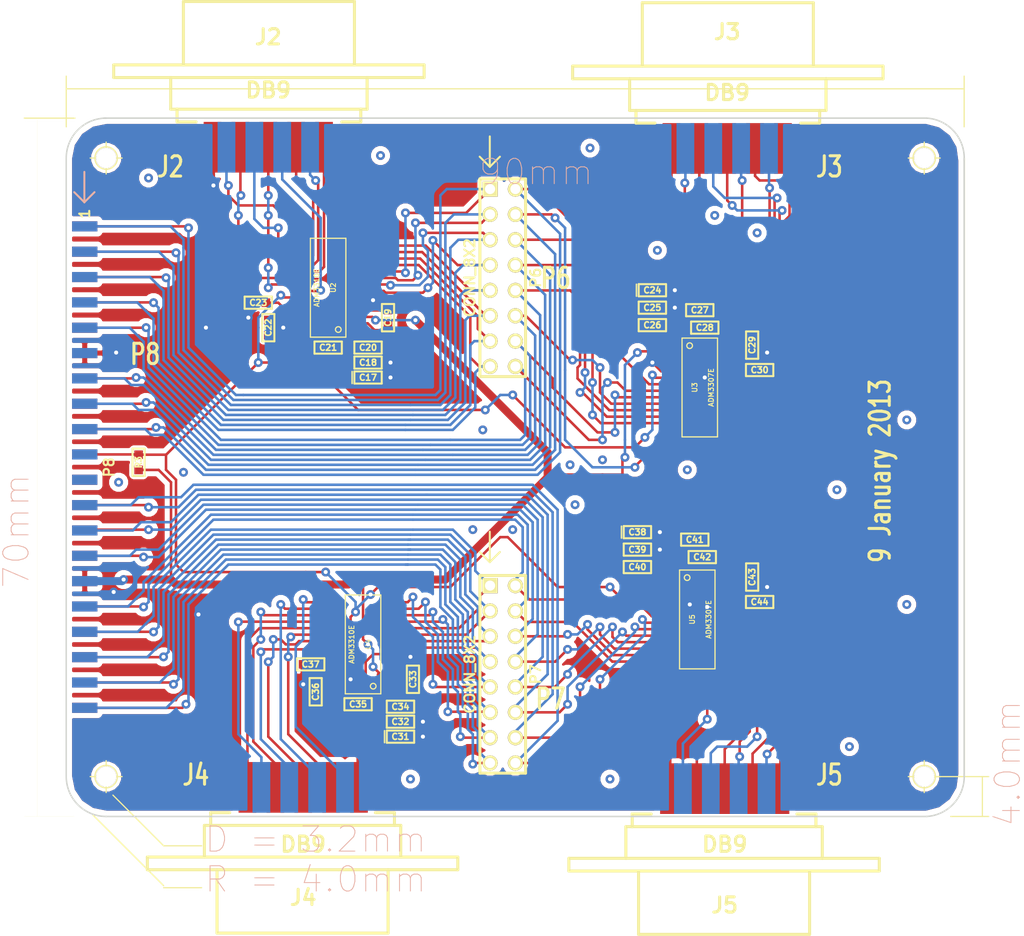
<source format=kicad_pcb>
(kicad_pcb (version 3) (host pcbnew "(2013-01-04 BZR 3890)-testing")
  (layers (15 F.Cu signal) (0 B.Cu signal) (18 B.Paste user) (19 F.Paste user) (20 B.SilkS user) (21 F.SilkS user) (22 B.Mask user) (23 F.Mask user) (28 Edge.Cuts user))
  (net 0 "")
  (net 1 +3.3V)
  (net 2 "/Pair A-B/CD-A-232")
  (net 3 "/Pair A-B/CD-B-232")
  (net 4 "/Pair A-B/CTS-A-232")
  (net 5 "/Pair A-B/CTS-B-232")
  (net 6 "/Pair A-B/DSR-A-232")
  (net 7 "/Pair A-B/DSR-B-232")
  (net 8 "/Pair A-B/DTR-A-232")
  (net 9 "/Pair A-B/DTR-B-232")
  (net 10 "/Pair A-B/RI-A-232")
  (net 11 "/Pair A-B/RI-B-232")
  (net 12 "/Pair A-B/RTS-A-232")
  (net 13 "/Pair A-B/RTS-B-232")
  (net 14 "/Pair A-B/RXD-A-232")
  (net 15 "/Pair A-B/RXD-B-232")
  (net 16 "/Pair A-B/TXD-A-232")
  (net 17 "/Pair A-B/TXD-B-232")
  (net 18 "/Pair C-D/CD-C-232")
  (net 19 "/Pair C-D/CD-D-232")
  (net 20 "/Pair C-D/CTS-C-232")
  (net 21 "/Pair C-D/CTS-D-232")
  (net 22 "/Pair C-D/DSR-C-232")
  (net 23 "/Pair C-D/DSR-D-232")
  (net 24 "/Pair C-D/DTR-C-232")
  (net 25 "/Pair C-D/DTR-D-232")
  (net 26 "/Pair C-D/RI-C-232")
  (net 27 "/Pair C-D/RI-D-232")
  (net 28 "/Pair C-D/RTS-C-232")
  (net 29 "/Pair C-D/RTS-D-232")
  (net 30 "/Pair C-D/RXD-C-232")
  (net 31 "/Pair C-D/RXD-D-232")
  (net 32 "/Pair C-D/TXD-C-232")
  (net 33 "/Pair C-D/TXD-D-232")
  (net 34 CD-A-TTL)
  (net 35 CD-B-TTL)
  (net 36 CD-C-TTL)
  (net 37 CD-D-TTL)
  (net 38 CTS-A-TTL)
  (net 39 CTS-B-TTL)
  (net 40 CTS-C-TTL)
  (net 41 CTS-D-TTL)
  (net 42 DSR-A-TTL)
  (net 43 DSR-B-TTL)
  (net 44 DSR-C-TTL)
  (net 45 DSR-D-TTL)
  (net 46 DTR-A-TTL)
  (net 47 DTR-B-TTL)
  (net 48 DTR-C-TTL)
  (net 49 DTR-D-TTL)
  (net 50 GND)
  (net 51 N-00000100)
  (net 52 N-00000101)
  (net 53 N-00000102)
  (net 54 N-00000103)
  (net 55 N-0000055)
  (net 56 N-0000057)
  (net 57 N-0000058)
  (net 58 N-0000059)
  (net 59 N-0000060)
  (net 60 N-0000061)
  (net 61 N-0000062)
  (net 62 N-0000063)
  (net 63 N-0000064)
  (net 64 N-0000065)
  (net 65 N-0000066)
  (net 66 N-0000067)
  (net 67 N-0000068)
  (net 68 N-0000069)
  (net 69 N-0000070)
  (net 70 N-0000071)
  (net 71 N-0000072)
  (net 72 N-0000073)
  (net 73 N-0000074)
  (net 74 N-0000075)
  (net 75 N-0000076)
  (net 76 N-0000077)
  (net 77 N-0000078)
  (net 78 N-0000079)
  (net 79 N-0000080)
  (net 80 N-0000081)
  (net 81 N-0000098)
  (net 82 N-0000099)
  (net 83 RI-A-TTL)
  (net 84 RI-B-TTL)
  (net 85 RI-C-TTL)
  (net 86 RI-D-TTL)
  (net 87 RTS-A-TTL)
  (net 88 RTS-B-TTL)
  (net 89 RTS-C-TTL)
  (net 90 RTS-D-TTL)
  (net 91 RXD-A-TTL)
  (net 92 RXD-B-TTL)
  (net 93 RXD-C-TTL)
  (net 94 RXD-D-TTL)
  (net 95 SD-ALL-TTL)
  (net 96 TXD-A-TTL)
  (net 97 TXD-B-TTL)
  (net 98 TXD-C-TTL)
  (net 99 TXD-D-TTL)
  (module tssop-28 (layer F.Cu) (at 129.25 78 270)
    (fp_text reference U3 (at 0 0.508 270) (layer F.SilkS) (effects (font (size 0.50038 0.50038) (thickness 0.09906))))
    (fp_text value ADM3307E (at 0 -1.143 270) (layer F.SilkS) (effects (font (size 0.50038 0.50038) (thickness 0.09906))))
    (pad 7 smd rect (at -0.32512 2.79908 270) (size 0.4191 1.47066) (layers F.Cu F.Paste F.Mask) (net 35 CD-B-TTL))
    (pad 8 smd rect (at 0.32512 2.79908 270) (size 0.4191 1.47066) (layers F.Cu F.Paste F.Mask) (net 43 DSR-B-TTL))
    (pad 9 smd rect (at 0.97536 2.79908 270) (size 0.4191 1.47066) (layers F.Cu F.Paste F.Mask) (net 92 RXD-B-TTL))
    (pad 10 smd rect (at 1.6256 2.79908 270) (size 0.4191 1.47066) (layers F.Cu F.Paste F.Mask) (net 39 CTS-B-TTL))
    (pad 25 smd rect (at -2.26568 -2.794 270) (size 0.4191 1.47066) (layers F.Cu F.Paste F.Mask) (net 62 N-0000063))
    (pad 4 smd rect (at -2.27584 2.79908 270) (size 0.4191 1.47066) (layers F.Cu F.Paste F.Mask) (net 70 N-0000071))
    (pad 5 smd rect (at -1.6256 2.79908 270) (size 0.4191 1.47066) (layers F.Cu F.Paste F.Mask) (net 50 GND))
    (pad 6 smd rect (at -0.97536 2.79908 270) (size 0.4191 1.47066) (layers F.Cu F.Paste F.Mask) (net 95 SD-ALL-TTL))
    (pad 18 smd rect (at 2.27584 -2.79908 270) (size 0.4191 1.47066) (layers F.Cu F.Paste F.Mask) (net 11 "/Pair A-B/RI-B-232"))
    (pad 19 smd rect (at 1.6256 -2.79908 270) (size 0.4191 1.47066) (layers F.Cu F.Paste F.Mask) (net 5 "/Pair A-B/CTS-B-232"))
    (pad 20 smd rect (at 0.97536 -2.79908 270) (size 0.4191 1.47066) (layers F.Cu F.Paste F.Mask) (net 15 "/Pair A-B/RXD-B-232"))
    (pad 21 smd rect (at 0.32512 -2.79908 270) (size 0.4191 1.47066) (layers F.Cu F.Paste F.Mask) (net 7 "/Pair A-B/DSR-B-232"))
    (pad 22 smd rect (at -0.32512 -2.79908 270) (size 0.4191 1.47066) (layers F.Cu F.Paste F.Mask) (net 3 "/Pair A-B/CD-B-232"))
    (pad 23 smd rect (at -0.97536 -2.79908 270) (size 0.4191 1.47066) (layers F.Cu F.Paste F.Mask) (net 50 GND))
    (pad 11 smd rect (at 2.27584 2.79908 270) (size 0.4191 1.47066) (layers F.Cu F.Paste F.Mask) (net 84 RI-B-TTL))
    (pad 24 smd rect (at -1.6256 -2.794 270) (size 0.4191 1.47066) (layers F.Cu F.Paste F.Mask) (net 56 N-0000057))
    (pad 3 smd rect (at -2.92608 2.79908 270) (size 0.4191 1.47066) (layers F.Cu F.Paste F.Mask) (net 69 N-0000070))
    (pad 12 smd rect (at 2.92608 2.79908 270) (size 0.4191 1.47066) (layers F.Cu F.Paste F.Mask) (net 88 RTS-B-TTL))
    (pad 17 smd rect (at 2.92608 -2.79908 270) (size 0.4191 1.47066) (layers F.Cu F.Paste F.Mask) (net 13 "/Pair A-B/RTS-B-232"))
    (pad 26 smd rect (at -2.92608 -2.79908 270) (size 0.4191 1.47066) (layers F.Cu F.Paste F.Mask) (net 60 N-0000061))
    (pad 2 smd rect (at -3.57378 2.79908 270) (size 0.4191 1.47066) (layers F.Cu F.Paste F.Mask) (net 1 +3.3V))
    (pad 13 smd rect (at 3.57378 2.79908 270) (size 0.4191 1.47066) (layers F.Cu F.Paste F.Mask) (net 97 TXD-B-TTL))
    (pad 16 smd rect (at 3.57378 -2.79908 270) (size 0.4191 1.47066) (layers F.Cu F.Paste F.Mask) (net 17 "/Pair A-B/TXD-B-232"))
    (pad 27 smd rect (at -3.57378 -2.79908 270) (size 0.4191 1.47066) (layers F.Cu F.Paste F.Mask) (net 57 N-0000058))
    (pad 1 smd rect (at -4.22402 2.79908 270) (size 0.4191 1.47066) (layers F.Cu F.Paste F.Mask) (net 59 N-0000060))
    (pad 14 smd rect (at 4.22402 2.79908 270) (size 0.4191 1.47066) (layers F.Cu F.Paste F.Mask) (net 47 DTR-B-TTL))
    (pad 15 smd rect (at 4.22402 -2.79908 270) (size 0.4191 1.47066) (layers F.Cu F.Paste F.Mask) (net 9 "/Pair A-B/DTR-B-232"))
    (pad 28 smd rect (at -4.22402 -2.79908 270) (size 0.4191 1.47066) (layers F.Cu F.Paste F.Mask) (net 61 N-0000062))
  )
  (module tssop-28 (layer F.Cu) (at 92 68 90)
    (fp_text reference U2 (at 0 0.508 90) (layer F.SilkS) (effects (font (size 0.50038 0.50038) (thickness 0.09906))))
    (fp_text value ADM3310E (at 0 -1.143 90) (layer F.SilkS) (effects (font (size 0.50038 0.50038) (thickness 0.09906))))
    (pad 7 smd rect (at -0.32512 2.79908 90) (size 0.4191 1.47066) (layers F.Cu F.Paste F.Mask) (net 87 RTS-A-TTL))
    (pad 8 smd rect (at 0.32512 2.79908 90) (size 0.4191 1.47066) (layers F.Cu F.Paste F.Mask) (net 96 TXD-A-TTL))
    (pad 9 smd rect (at 0.97536 2.79908 90) (size 0.4191 1.47066) (layers F.Cu F.Paste F.Mask) (net 46 DTR-A-TTL))
    (pad 10 smd rect (at 1.6256 2.79908 90) (size 0.4191 1.47066) (layers F.Cu F.Paste F.Mask) (net 34 CD-A-TTL))
    (pad 25 smd rect (at -2.26568 -2.794 90) (size 0.4191 1.47066) (layers F.Cu F.Paste F.Mask) (net 68 N-0000069))
    (pad 4 smd rect (at -2.27584 2.79908 90) (size 0.4191 1.47066) (layers F.Cu F.Paste F.Mask) (net 67 N-0000068))
    (pad 5 smd rect (at -1.6256 2.79908 90) (size 0.4191 1.47066) (layers F.Cu F.Paste F.Mask) (net 50 GND))
    (pad 6 smd rect (at -0.97536 2.79908 90) (size 0.4191 1.47066) (layers F.Cu F.Paste F.Mask) (net 63 N-0000064))
    (pad 18 smd rect (at 2.27584 -2.79908 90) (size 0.4191 1.47066) (layers F.Cu F.Paste F.Mask) (net 6 "/Pair A-B/DSR-A-232"))
    (pad 19 smd rect (at 1.6256 -2.79908 90) (size 0.4191 1.47066) (layers F.Cu F.Paste F.Mask) (net 2 "/Pair A-B/CD-A-232"))
    (pad 20 smd rect (at 0.97536 -2.79908 90) (size 0.4191 1.47066) (layers F.Cu F.Paste F.Mask) (net 8 "/Pair A-B/DTR-A-232"))
    (pad 21 smd rect (at 0.32512 -2.79908 90) (size 0.4191 1.47066) (layers F.Cu F.Paste F.Mask) (net 16 "/Pair A-B/TXD-A-232"))
    (pad 22 smd rect (at -0.32512 -2.79908 90) (size 0.4191 1.47066) (layers F.Cu F.Paste F.Mask) (net 12 "/Pair A-B/RTS-A-232"))
    (pad 23 smd rect (at -0.97536 -2.79908 90) (size 0.4191 1.47066) (layers F.Cu F.Paste F.Mask) (net 95 SD-ALL-TTL))
    (pad 11 smd rect (at 2.27584 2.79908 90) (size 0.4191 1.47066) (layers F.Cu F.Paste F.Mask) (net 42 DSR-A-TTL))
    (pad 24 smd rect (at -1.6256 -2.794 90) (size 0.4191 1.47066) (layers F.Cu F.Paste F.Mask) (net 64 N-0000065))
    (pad 3 smd rect (at -2.92608 2.79908 90) (size 0.4191 1.47066) (layers F.Cu F.Paste F.Mask) (net 1 +3.3V))
    (pad 12 smd rect (at 2.92608 2.79908 90) (size 0.4191 1.47066) (layers F.Cu F.Paste F.Mask) (net 91 RXD-A-TTL))
    (pad 17 smd rect (at 2.92608 -2.79908 90) (size 0.4191 1.47066) (layers F.Cu F.Paste F.Mask) (net 14 "/Pair A-B/RXD-A-232"))
    (pad 26 smd rect (at -2.92608 -2.79908 90) (size 0.4191 1.47066) (layers F.Cu F.Paste F.Mask) (net 55 N-0000055))
    (pad 2 smd rect (at -3.57378 2.79908 90) (size 0.4191 1.47066) (layers F.Cu F.Paste F.Mask) (net 65 N-0000066))
    (pad 13 smd rect (at 3.57378 2.79908 90) (size 0.4191 1.47066) (layers F.Cu F.Paste F.Mask) (net 38 CTS-A-TTL))
    (pad 16 smd rect (at 3.57378 -2.79908 90) (size 0.4191 1.47066) (layers F.Cu F.Paste F.Mask) (net 4 "/Pair A-B/CTS-A-232"))
    (pad 27 smd rect (at -3.57378 -2.79908 90) (size 0.4191 1.47066) (layers F.Cu F.Paste F.Mask) (net 50 GND))
    (pad 1 smd rect (at -4.22402 2.79908 90) (size 0.4191 1.47066) (layers F.Cu F.Paste F.Mask) (net 66 N-0000067))
    (pad 14 smd rect (at 4.22402 2.79908 90) (size 0.4191 1.47066) (layers F.Cu F.Paste F.Mask) (net 83 RI-A-TTL))
    (pad 15 smd rect (at 4.22402 -2.79908 90) (size 0.4191 1.47066) (layers F.Cu F.Paste F.Mask) (net 10 "/Pair A-B/RI-A-232"))
    (pad 28 smd rect (at -4.22402 -2.79908 90) (size 0.4191 1.47066) (layers F.Cu F.Paste F.Mask) (net 58 N-0000059))
  )
  (module tssop-28 (layer F.Cu) (at 129 101.25 270)
    (fp_text reference U5 (at 0 0.508 270) (layer F.SilkS) (effects (font (size 0.50038 0.50038) (thickness 0.09906))))
    (fp_text value ADM3307E (at 0 -1.143 270) (layer F.SilkS) (effects (font (size 0.50038 0.50038) (thickness 0.09906))))
    (pad 7 smd rect (at -0.32512 2.79908 270) (size 0.4191 1.47066) (layers F.Cu F.Paste F.Mask) (net 37 CD-D-TTL))
    (pad 8 smd rect (at 0.32512 2.79908 270) (size 0.4191 1.47066) (layers F.Cu F.Paste F.Mask) (net 45 DSR-D-TTL))
    (pad 9 smd rect (at 0.97536 2.79908 270) (size 0.4191 1.47066) (layers F.Cu F.Paste F.Mask) (net 94 RXD-D-TTL))
    (pad 10 smd rect (at 1.6256 2.79908 270) (size 0.4191 1.47066) (layers F.Cu F.Paste F.Mask) (net 41 CTS-D-TTL))
    (pad 25 smd rect (at -2.26568 -2.794 270) (size 0.4191 1.47066) (layers F.Cu F.Paste F.Mask) (net 75 N-0000076))
    (pad 4 smd rect (at -2.27584 2.79908 270) (size 0.4191 1.47066) (layers F.Cu F.Paste F.Mask) (net 54 N-00000103))
    (pad 5 smd rect (at -1.6256 2.79908 270) (size 0.4191 1.47066) (layers F.Cu F.Paste F.Mask) (net 50 GND))
    (pad 6 smd rect (at -0.97536 2.79908 270) (size 0.4191 1.47066) (layers F.Cu F.Paste F.Mask) (net 95 SD-ALL-TTL))
    (pad 18 smd rect (at 2.27584 -2.79908 270) (size 0.4191 1.47066) (layers F.Cu F.Paste F.Mask) (net 27 "/Pair C-D/RI-D-232"))
    (pad 19 smd rect (at 1.6256 -2.79908 270) (size 0.4191 1.47066) (layers F.Cu F.Paste F.Mask) (net 21 "/Pair C-D/CTS-D-232"))
    (pad 20 smd rect (at 0.97536 -2.79908 270) (size 0.4191 1.47066) (layers F.Cu F.Paste F.Mask) (net 31 "/Pair C-D/RXD-D-232"))
    (pad 21 smd rect (at 0.32512 -2.79908 270) (size 0.4191 1.47066) (layers F.Cu F.Paste F.Mask) (net 23 "/Pair C-D/DSR-D-232"))
    (pad 22 smd rect (at -0.32512 -2.79908 270) (size 0.4191 1.47066) (layers F.Cu F.Paste F.Mask) (net 19 "/Pair C-D/CD-D-232"))
    (pad 23 smd rect (at -0.97536 -2.79908 270) (size 0.4191 1.47066) (layers F.Cu F.Paste F.Mask) (net 50 GND))
    (pad 11 smd rect (at 2.27584 2.79908 270) (size 0.4191 1.47066) (layers F.Cu F.Paste F.Mask) (net 86 RI-D-TTL))
    (pad 24 smd rect (at -1.6256 -2.794 270) (size 0.4191 1.47066) (layers F.Cu F.Paste F.Mask) (net 77 N-0000078))
    (pad 3 smd rect (at -2.92608 2.79908 270) (size 0.4191 1.47066) (layers F.Cu F.Paste F.Mask) (net 52 N-00000101))
    (pad 12 smd rect (at 2.92608 2.79908 270) (size 0.4191 1.47066) (layers F.Cu F.Paste F.Mask) (net 90 RTS-D-TTL))
    (pad 17 smd rect (at 2.92608 -2.79908 270) (size 0.4191 1.47066) (layers F.Cu F.Paste F.Mask) (net 29 "/Pair C-D/RTS-D-232"))
    (pad 26 smd rect (at -2.92608 -2.79908 270) (size 0.4191 1.47066) (layers F.Cu F.Paste F.Mask) (net 51 N-00000100))
    (pad 2 smd rect (at -3.57378 2.79908 270) (size 0.4191 1.47066) (layers F.Cu F.Paste F.Mask) (net 1 +3.3V))
    (pad 13 smd rect (at 3.57378 2.79908 270) (size 0.4191 1.47066) (layers F.Cu F.Paste F.Mask) (net 99 TXD-D-TTL))
    (pad 16 smd rect (at 3.57378 -2.79908 270) (size 0.4191 1.47066) (layers F.Cu F.Paste F.Mask) (net 33 "/Pair C-D/TXD-D-232"))
    (pad 27 smd rect (at -3.57378 -2.79908 270) (size 0.4191 1.47066) (layers F.Cu F.Paste F.Mask) (net 76 N-0000077))
    (pad 1 smd rect (at -4.22402 2.79908 270) (size 0.4191 1.47066) (layers F.Cu F.Paste F.Mask) (net 82 N-0000099))
    (pad 14 smd rect (at 4.22402 2.79908 270) (size 0.4191 1.47066) (layers F.Cu F.Paste F.Mask) (net 49 DTR-D-TTL))
    (pad 15 smd rect (at 4.22402 -2.79908 270) (size 0.4191 1.47066) (layers F.Cu F.Paste F.Mask) (net 25 "/Pair C-D/DTR-D-232"))
    (pad 28 smd rect (at -4.22402 -2.79908 270) (size 0.4191 1.47066) (layers F.Cu F.Paste F.Mask) (net 53 N-00000102))
  )
  (module tssop-28 (layer F.Cu) (at 95.5 103.75 90)
    (fp_text reference U4 (at 0 0.508 90) (layer F.SilkS) (effects (font (size 0.50038 0.50038) (thickness 0.09906))))
    (fp_text value ADM3310E (at 0 -1.143 90) (layer F.SilkS) (effects (font (size 0.50038 0.50038) (thickness 0.09906))))
    (pad 7 smd rect (at -0.32512 2.79908 90) (size 0.4191 1.47066) (layers F.Cu F.Paste F.Mask) (net 89 RTS-C-TTL))
    (pad 8 smd rect (at 0.32512 2.79908 90) (size 0.4191 1.47066) (layers F.Cu F.Paste F.Mask) (net 98 TXD-C-TTL))
    (pad 9 smd rect (at 0.97536 2.79908 90) (size 0.4191 1.47066) (layers F.Cu F.Paste F.Mask) (net 48 DTR-C-TTL))
    (pad 10 smd rect (at 1.6256 2.79908 90) (size 0.4191 1.47066) (layers F.Cu F.Paste F.Mask) (net 36 CD-C-TTL))
    (pad 25 smd rect (at -2.26568 -2.794 90) (size 0.4191 1.47066) (layers F.Cu F.Paste F.Mask) (net 71 N-0000072))
    (pad 4 smd rect (at -2.27584 2.79908 90) (size 0.4191 1.47066) (layers F.Cu F.Paste F.Mask) (net 74 N-0000075))
    (pad 5 smd rect (at -1.6256 2.79908 90) (size 0.4191 1.47066) (layers F.Cu F.Paste F.Mask) (net 50 GND))
    (pad 6 smd rect (at -0.97536 2.79908 90) (size 0.4191 1.47066) (layers F.Cu F.Paste F.Mask) (net 72 N-0000073))
    (pad 18 smd rect (at 2.27584 -2.79908 90) (size 0.4191 1.47066) (layers F.Cu F.Paste F.Mask) (net 22 "/Pair C-D/DSR-C-232"))
    (pad 19 smd rect (at 1.6256 -2.79908 90) (size 0.4191 1.47066) (layers F.Cu F.Paste F.Mask) (net 18 "/Pair C-D/CD-C-232"))
    (pad 20 smd rect (at 0.97536 -2.79908 90) (size 0.4191 1.47066) (layers F.Cu F.Paste F.Mask) (net 24 "/Pair C-D/DTR-C-232"))
    (pad 21 smd rect (at 0.32512 -2.79908 90) (size 0.4191 1.47066) (layers F.Cu F.Paste F.Mask) (net 32 "/Pair C-D/TXD-C-232"))
    (pad 22 smd rect (at -0.32512 -2.79908 90) (size 0.4191 1.47066) (layers F.Cu F.Paste F.Mask) (net 28 "/Pair C-D/RTS-C-232"))
    (pad 23 smd rect (at -0.97536 -2.79908 90) (size 0.4191 1.47066) (layers F.Cu F.Paste F.Mask) (net 95 SD-ALL-TTL))
    (pad 11 smd rect (at 2.27584 2.79908 90) (size 0.4191 1.47066) (layers F.Cu F.Paste F.Mask) (net 44 DSR-C-TTL))
    (pad 24 smd rect (at -1.6256 -2.794 90) (size 0.4191 1.47066) (layers F.Cu F.Paste F.Mask) (net 78 N-0000079))
    (pad 3 smd rect (at -2.92608 2.79908 90) (size 0.4191 1.47066) (layers F.Cu F.Paste F.Mask) (net 1 +3.3V))
    (pad 12 smd rect (at 2.92608 2.79908 90) (size 0.4191 1.47066) (layers F.Cu F.Paste F.Mask) (net 93 RXD-C-TTL))
    (pad 17 smd rect (at 2.92608 -2.79908 90) (size 0.4191 1.47066) (layers F.Cu F.Paste F.Mask) (net 30 "/Pair C-D/RXD-C-232"))
    (pad 26 smd rect (at -2.92608 -2.79908 90) (size 0.4191 1.47066) (layers F.Cu F.Paste F.Mask) (net 81 N-0000098))
    (pad 2 smd rect (at -3.57378 2.79908 90) (size 0.4191 1.47066) (layers F.Cu F.Paste F.Mask) (net 80 N-0000081))
    (pad 13 smd rect (at 3.57378 2.79908 90) (size 0.4191 1.47066) (layers F.Cu F.Paste F.Mask) (net 40 CTS-C-TTL))
    (pad 16 smd rect (at 3.57378 -2.79908 90) (size 0.4191 1.47066) (layers F.Cu F.Paste F.Mask) (net 20 "/Pair C-D/CTS-C-232"))
    (pad 27 smd rect (at -3.57378 -2.79908 90) (size 0.4191 1.47066) (layers F.Cu F.Paste F.Mask) (net 50 GND))
    (pad 1 smd rect (at -4.22402 2.79908 90) (size 0.4191 1.47066) (layers F.Cu F.Paste F.Mask) (net 73 N-0000074))
    (pad 14 smd rect (at 4.22402 2.79908 90) (size 0.4191 1.47066) (layers F.Cu F.Paste F.Mask) (net 85 RI-C-TTL))
    (pad 15 smd rect (at 4.22402 -2.79908 90) (size 0.4191 1.47066) (layers F.Cu F.Paste F.Mask) (net 26 "/Pair C-D/RI-C-232"))
    (pad 28 smd rect (at -4.22402 -2.79908 90) (size 0.4191 1.47066) (layers F.Cu F.Paste F.Mask) (net 79 N-0000080))
  )
  (module GSG-0603P (layer F.Cu) (at 123 92.5)
    (fp_text reference C38 (at 0 0) (layer F.SilkS) (effects (font (size 0.6096 0.6096) (thickness 0.1524))))
    (fp_text value T10uF hide)
    (pad 2 smd rect (at 0.762 0) (size 0.8636 0.8636) (layers F.Cu F.Paste F.Mask) (net 50 GND) (clearance 0.1778))
    (pad 1 smd rect (at -0.762 0) (size 0.8636 0.8636) (layers F.Cu F.Paste F.Mask) (net 1 +3.3V) (clearance 0.1778))
  )
  (module GSG-0603P (layer F.Cu) (at 96 77)
    (fp_text reference C17 (at 0 0) (layer F.SilkS) (effects (font (size 0.6096 0.6096) (thickness 0.1524))))
    (fp_text value T10uF hide)
    (pad 2 smd rect (at 0.762 0) (size 0.8636 0.8636) (layers F.Cu F.Paste F.Mask) (net 50 GND) (clearance 0.1778))
    (pad 1 smd rect (at -0.762 0) (size 0.8636 0.8636) (layers F.Cu F.Paste F.Mask) (net 1 +3.3V) (clearance 0.1778))
  )
  (module GSG-0603P (layer F.Cu) (at 124.5 68.25)
    (fp_text reference C24 (at 0 0) (layer F.SilkS) (effects (font (size 0.6096 0.6096) (thickness 0.1524))))
    (fp_text value T10uF hide)
    (pad 2 smd rect (at 0.762 0) (size 0.8636 0.8636) (layers F.Cu F.Paste F.Mask) (net 50 GND) (clearance 0.1778))
    (pad 1 smd rect (at -0.762 0) (size 0.8636 0.8636) (layers F.Cu F.Paste F.Mask) (net 1 +3.3V) (clearance 0.1778))
  )
  (module GSG-0603P (layer F.Cu) (at 99.25 113)
    (fp_text reference C31 (at 0 0) (layer F.SilkS) (effects (font (size 0.6096 0.6096) (thickness 0.1524))))
    (fp_text value T10uF hide)
    (pad 2 smd rect (at 0.762 0) (size 0.8636 0.8636) (layers F.Cu F.Paste F.Mask) (net 50 GND) (clearance 0.1778))
    (pad 1 smd rect (at -0.762 0) (size 0.8636 0.8636) (layers F.Cu F.Paste F.Mask) (net 1 +3.3V) (clearance 0.1778))
  )
  (module GSG-0603 (layer F.Cu) (at 99.25 110 180)
    (fp_text reference C34 (at 0 0 180) (layer F.SilkS) (effects (font (size 0.6096 0.6096) (thickness 0.1524))))
    (fp_text value 0.1uF hide)
    (pad 2 smd rect (at 0.762 0 180) (size 0.8636 0.8636) (layers F.Cu F.Paste F.Mask) (net 1 +3.3V) (clearance 0.1778))
    (pad 1 smd rect (at -0.762 0 180) (size 0.8636 0.8636) (layers F.Cu F.Paste F.Mask) (net 73 N-0000074) (clearance 0.1778))
  )
  (module GSG-0603 (layer F.Cu) (at 129.25 70.25 180)
    (fp_text reference C27 (at 0 0 180) (layer F.SilkS) (effects (font (size 0.6096 0.6096) (thickness 0.1524))))
    (fp_text value 0.1uF hide)
    (pad 2 smd rect (at 0.762 0 180) (size 0.8636 0.8636) (layers F.Cu F.Paste F.Mask) (net 69 N-0000070) (clearance 0.1778))
    (pad 1 smd rect (at -0.762 0 180) (size 0.8636 0.8636) (layers F.Cu F.Paste F.Mask) (net 61 N-0000062) (clearance 0.1778))
  )
  (module GSG-0603 (layer F.Cu) (at 124.5 71.75)
    (fp_text reference C26 (at 0 0) (layer F.SilkS) (effects (font (size 0.6096 0.6096) (thickness 0.1524))))
    (fp_text value 0.1uF hide)
    (pad 2 smd rect (at 0.762 0) (size 0.8636 0.8636) (layers F.Cu F.Paste F.Mask) (net 59 N-0000060) (clearance 0.1778))
    (pad 1 smd rect (at -0.762 0) (size 0.8636 0.8636) (layers F.Cu F.Paste F.Mask) (net 1 +3.3V) (clearance 0.1778))
  )
  (module GSG-0603 (layer F.Cu) (at 124.5 70)
    (fp_text reference C25 (at 0 0) (layer F.SilkS) (effects (font (size 0.6096 0.6096) (thickness 0.1524))))
    (fp_text value 0.1uF hide)
    (pad 2 smd rect (at 0.762 0) (size 0.8636 0.8636) (layers F.Cu F.Paste F.Mask) (net 50 GND) (clearance 0.1778))
    (pad 1 smd rect (at -0.762 0) (size 0.8636 0.8636) (layers F.Cu F.Paste F.Mask) (net 1 +3.3V) (clearance 0.1778))
  )
  (module GSG-0603 (layer F.Cu) (at 95 109.75 180)
    (fp_text reference C35 (at 0 0 180) (layer F.SilkS) (effects (font (size 0.6096 0.6096) (thickness 0.1524))))
    (fp_text value 0.1uF hide)
    (pad 2 smd rect (at 0.762 0 180) (size 0.8636 0.8636) (layers F.Cu F.Paste F.Mask) (net 78 N-0000079) (clearance 0.1778))
    (pad 1 smd rect (at -0.762 0 180) (size 0.8636 0.8636) (layers F.Cu F.Paste F.Mask) (net 72 N-0000073) (clearance 0.1778))
  )
  (module GSG-0603 (layer F.Cu) (at 99.25 111.5)
    (fp_text reference C32 (at 0 0) (layer F.SilkS) (effects (font (size 0.6096 0.6096) (thickness 0.1524))))
    (fp_text value 0.1uF hide)
    (pad 2 smd rect (at 0.762 0) (size 0.8636 0.8636) (layers F.Cu F.Paste F.Mask) (net 50 GND) (clearance 0.1778))
    (pad 1 smd rect (at -0.762 0) (size 0.8636 0.8636) (layers F.Cu F.Paste F.Mask) (net 1 +3.3V) (clearance 0.1778))
  )
  (module GSG-0603 (layer F.Cu) (at 129.75 72 180)
    (fp_text reference C28 (at 0 0 180) (layer F.SilkS) (effects (font (size 0.6096 0.6096) (thickness 0.1524))))
    (fp_text value 0.1uF hide)
    (pad 2 smd rect (at 0.762 0 180) (size 0.8636 0.8636) (layers F.Cu F.Paste F.Mask) (net 70 N-0000071) (clearance 0.1778))
    (pad 1 smd rect (at -0.762 0 180) (size 0.8636 0.8636) (layers F.Cu F.Paste F.Mask) (net 60 N-0000061) (clearance 0.1778))
  )
  (module GSG-0603 (layer F.Cu) (at 100.5 107.25 90)
    (fp_text reference C33 (at 0 0 90) (layer F.SilkS) (effects (font (size 0.6096 0.6096) (thickness 0.1524))))
    (fp_text value 0.1uF hide)
    (pad 2 smd rect (at 0.762 0 90) (size 0.8636 0.8636) (layers F.Cu F.Paste F.Mask) (net 74 N-0000075) (clearance 0.1778))
    (pad 1 smd rect (at -0.762 0 90) (size 0.8636 0.8636) (layers F.Cu F.Paste F.Mask) (net 80 N-0000081) (clearance 0.1778))
  )
  (module GSG-0603 (layer F.Cu) (at 90.25 105.75 180)
    (fp_text reference C37 (at 0 0 180) (layer F.SilkS) (effects (font (size 0.6096 0.6096) (thickness 0.1524))))
    (fp_text value 0.1uF hide)
    (pad 2 smd rect (at 0.762 0 180) (size 0.8636 0.8636) (layers F.Cu F.Paste F.Mask) (net 50 GND) (clearance 0.1778))
    (pad 1 smd rect (at -0.762 0 180) (size 0.8636 0.8636) (layers F.Cu F.Paste F.Mask) (net 71 N-0000072) (clearance 0.1778))
  )
  (module GSG-0603 (layer F.Cu) (at 90.75 108.5 270)
    (fp_text reference C36 (at 0 0 270) (layer F.SilkS) (effects (font (size 0.6096 0.6096) (thickness 0.1524))))
    (fp_text value 0.1uF hide)
    (pad 2 smd rect (at 0.762 0 270) (size 0.8636 0.8636) (layers F.Cu F.Paste F.Mask) (net 79 N-0000080) (clearance 0.1778))
    (pad 1 smd rect (at -0.762 0 270) (size 0.8636 0.8636) (layers F.Cu F.Paste F.Mask) (net 81 N-0000098) (clearance 0.1778))
  )
  (module GSG-0603 (layer F.Cu) (at 135.25 99.5 180)
    (fp_text reference C44 (at 0 0 180) (layer F.SilkS) (effects (font (size 0.6096 0.6096) (thickness 0.1524))))
    (fp_text value 0.1uF hide)
    (pad 2 smd rect (at 0.762 0 180) (size 0.8636 0.8636) (layers F.Cu F.Paste F.Mask) (net 77 N-0000078) (clearance 0.1778))
    (pad 1 smd rect (at -0.762 0 180) (size 0.8636 0.8636) (layers F.Cu F.Paste F.Mask) (net 50 GND) (clearance 0.1778))
  )
  (module GSG-0603 (layer F.Cu) (at 134.5 97 270)
    (fp_text reference C43 (at 0 0 270) (layer F.SilkS) (effects (font (size 0.6096 0.6096) (thickness 0.1524))))
    (fp_text value 0.1uF hide)
    (pad 2 smd rect (at 0.762 0 270) (size 0.8636 0.8636) (layers F.Cu F.Paste F.Mask) (net 75 N-0000076) (clearance 0.1778))
    (pad 1 smd rect (at -0.762 0 270) (size 0.8636 0.8636) (layers F.Cu F.Paste F.Mask) (net 76 N-0000077) (clearance 0.1778))
  )
  (module GSG-0603 (layer F.Cu) (at 128.75 93.25 180)
    (fp_text reference C41 (at 0 0 180) (layer F.SilkS) (effects (font (size 0.6096 0.6096) (thickness 0.1524))))
    (fp_text value 0.1uF hide)
    (pad 2 smd rect (at 0.762 0 180) (size 0.8636 0.8636) (layers F.Cu F.Paste F.Mask) (net 52 N-00000101) (clearance 0.1778))
    (pad 1 smd rect (at -0.762 0 180) (size 0.8636 0.8636) (layers F.Cu F.Paste F.Mask) (net 53 N-00000102) (clearance 0.1778))
  )
  (module GSG-0603 (layer F.Cu) (at 129.5 95 180)
    (fp_text reference C42 (at 0 0 180) (layer F.SilkS) (effects (font (size 0.6096 0.6096) (thickness 0.1524))))
    (fp_text value 0.1uF hide)
    (pad 2 smd rect (at 0.762 0 180) (size 0.8636 0.8636) (layers F.Cu F.Paste F.Mask) (net 54 N-00000103) (clearance 0.1778))
    (pad 1 smd rect (at -0.762 0 180) (size 0.8636 0.8636) (layers F.Cu F.Paste F.Mask) (net 51 N-00000100) (clearance 0.1778))
  )
  (module GSG-0603 (layer F.Cu) (at 123 96)
    (fp_text reference C40 (at 0 0) (layer F.SilkS) (effects (font (size 0.6096 0.6096) (thickness 0.1524))))
    (fp_text value 0.1uF hide)
    (pad 2 smd rect (at 0.762 0) (size 0.8636 0.8636) (layers F.Cu F.Paste F.Mask) (net 82 N-0000099) (clearance 0.1778))
    (pad 1 smd rect (at -0.762 0) (size 0.8636 0.8636) (layers F.Cu F.Paste F.Mask) (net 1 +3.3V) (clearance 0.1778))
  )
  (module GSG-0603 (layer F.Cu) (at 123 94.25)
    (fp_text reference C39 (at 0 0) (layer F.SilkS) (effects (font (size 0.6096 0.6096) (thickness 0.1524))))
    (fp_text value 0.1uF hide)
    (pad 2 smd rect (at 0.762 0) (size 0.8636 0.8636) (layers F.Cu F.Paste F.Mask) (net 50 GND) (clearance 0.1778))
    (pad 1 smd rect (at -0.762 0) (size 0.8636 0.8636) (layers F.Cu F.Paste F.Mask) (net 1 +3.3V) (clearance 0.1778))
  )
  (module GSG-0603 (layer F.Cu) (at 73 85.5 270)
    (fp_text reference R3 (at 0 0 270) (layer F.SilkS) (effects (font (size 0.6096 0.6096) (thickness 0.1524))))
    (fp_text value 10K hide)
    (pad 2 smd rect (at 0.762 0 270) (size 0.8636 0.8636) (layers F.Cu F.Paste F.Mask) (net 1 +3.3V) (clearance 0.1778))
    (pad 1 smd rect (at -0.762 0 270) (size 0.8636 0.8636) (layers F.Cu F.Paste F.Mask) (net 95 SD-ALL-TTL) (clearance 0.1778))
  )
  (module GSG-0603 (layer F.Cu) (at 134.5 73.75 270)
    (fp_text reference C29 (at 0 0 270) (layer F.SilkS) (effects (font (size 0.6096 0.6096) (thickness 0.1524))))
    (fp_text value 0.1uF hide)
    (pad 2 smd rect (at 0.762 0 270) (size 0.8636 0.8636) (layers F.Cu F.Paste F.Mask) (net 62 N-0000063) (clearance 0.1778))
    (pad 1 smd rect (at -0.762 0 270) (size 0.8636 0.8636) (layers F.Cu F.Paste F.Mask) (net 57 N-0000058) (clearance 0.1778))
  )
  (module GSG-0603 (layer F.Cu) (at 92 74 180)
    (fp_text reference C21 (at 0 0 180) (layer F.SilkS) (effects (font (size 0.6096 0.6096) (thickness 0.1524))))
    (fp_text value 0.1uF hide)
    (pad 2 smd rect (at 0.762 0 180) (size 0.8636 0.8636) (layers F.Cu F.Paste F.Mask) (net 64 N-0000065) (clearance 0.1778))
    (pad 1 smd rect (at -0.762 0 180) (size 0.8636 0.8636) (layers F.Cu F.Paste F.Mask) (net 63 N-0000064) (clearance 0.1778))
  )
  (module GSG-0603 (layer F.Cu) (at 96 75.5)
    (fp_text reference C18 (at 0 0) (layer F.SilkS) (effects (font (size 0.6096 0.6096) (thickness 0.1524))))
    (fp_text value 0.1uF hide)
    (pad 2 smd rect (at 0.762 0) (size 0.8636 0.8636) (layers F.Cu F.Paste F.Mask) (net 50 GND) (clearance 0.1778))
    (pad 1 smd rect (at -0.762 0) (size 0.8636 0.8636) (layers F.Cu F.Paste F.Mask) (net 1 +3.3V) (clearance 0.1778))
  )
  (module GSG-0603 (layer F.Cu) (at 96 74 180)
    (fp_text reference C20 (at 0 0 180) (layer F.SilkS) (effects (font (size 0.6096 0.6096) (thickness 0.1524))))
    (fp_text value 0.1uF hide)
    (pad 2 smd rect (at 0.762 0 180) (size 0.8636 0.8636) (layers F.Cu F.Paste F.Mask) (net 1 +3.3V) (clearance 0.1778))
    (pad 1 smd rect (at -0.762 0 180) (size 0.8636 0.8636) (layers F.Cu F.Paste F.Mask) (net 66 N-0000067) (clearance 0.1778))
  )
  (module GSG-0603 (layer F.Cu) (at 98 71 90)
    (fp_text reference C19 (at 0 0 90) (layer F.SilkS) (effects (font (size 0.6096 0.6096) (thickness 0.1524))))
    (fp_text value 0.1uF hide)
    (pad 2 smd rect (at 0.762 0 90) (size 0.8636 0.8636) (layers F.Cu F.Paste F.Mask) (net 67 N-0000068) (clearance 0.1778))
    (pad 1 smd rect (at -0.762 0 90) (size 0.8636 0.8636) (layers F.Cu F.Paste F.Mask) (net 65 N-0000066) (clearance 0.1778))
  )
  (module GSG-0603 (layer F.Cu) (at 85 69.5 180)
    (fp_text reference C23 (at 0 0 180) (layer F.SilkS) (effects (font (size 0.6096 0.6096) (thickness 0.1524))))
    (fp_text value 0.1uF hide)
    (pad 2 smd rect (at 0.762 0 180) (size 0.8636 0.8636) (layers F.Cu F.Paste F.Mask) (net 50 GND) (clearance 0.1778))
    (pad 1 smd rect (at -0.762 0 180) (size 0.8636 0.8636) (layers F.Cu F.Paste F.Mask) (net 68 N-0000069) (clearance 0.1778))
  )
  (module GSG-0603 (layer F.Cu) (at 86 72 270)
    (fp_text reference C22 (at 0 0 270) (layer F.SilkS) (effects (font (size 0.6096 0.6096) (thickness 0.1524))))
    (fp_text value 0.1uF hide)
    (pad 2 smd rect (at 0.762 0 270) (size 0.8636 0.8636) (layers F.Cu F.Paste F.Mask) (net 58 N-0000059) (clearance 0.1778))
    (pad 1 smd rect (at -0.762 0 270) (size 0.8636 0.8636) (layers F.Cu F.Paste F.Mask) (net 55 N-0000055) (clearance 0.1778))
  )
  (module GSG-0603 (layer F.Cu) (at 135.25 76.25 180)
    (fp_text reference C30 (at 0 0 180) (layer F.SilkS) (effects (font (size 0.6096 0.6096) (thickness 0.1524))))
    (fp_text value 0.1uF hide)
    (pad 2 smd rect (at 0.762 0 180) (size 0.8636 0.8636) (layers F.Cu F.Paste F.Mask) (net 56 N-0000057) (clearance 0.1778))
    (pad 1 smd rect (at -0.762 0 180) (size 0.8636 0.8636) (layers F.Cu F.Paste F.Mask) (net 50 GND) (clearance 0.1778))
  )
  (module DB9M_CI (layer F.Cu) (at 86 51.25)
    (fp_text reference J2 (at 0 -8.382) (layer F.SilkS) (effects (font (size 1.524 1.524) (thickness 0.3048))))
    (fp_text value DB9 (at 0 -3.048) (layer F.SilkS) (effects (font (size 1.524 1.524) (thickness 0.3048))))
    (pad 2 connect rect (at 2.794 2.667) (size 1.778 5.08) (layers F.Cu F.Mask) (net 14 "/Pair A-B/RXD-A-232"))
    (pad 3 connect rect (at 0 2.667) (size 1.778 5.08) (layers F.Cu F.Mask) (net 16 "/Pair A-B/TXD-A-232"))
    (pad 4 connect rect (at -2.794 2.667) (size 1.778 5.08) (layers F.Cu F.Mask) (net 8 "/Pair A-B/DTR-A-232"))
    (pad 5 connect rect (at -5.588 2.667) (size 1.778 5.08) (layers F.Cu F.Mask) (net 50 GND))
    (pad 1 connect rect (at 5.588 2.667) (size 1.778 5.08) (layers F.Cu F.Mask) (net 2 "/Pair A-B/CD-A-232"))
    (pad 9 connect rect (at -4.191 2.667) (size 1.778 5.08) (layers B.Cu B.Mask) (net 10 "/Pair A-B/RI-A-232"))
    (pad 8 connect rect (at -1.397 2.667) (size 1.778 5.08) (layers B.Cu B.Mask) (net 4 "/Pair A-B/CTS-A-232"))
    (pad 7 connect rect (at 1.397 2.667) (size 1.778 5.08) (layers B.Cu B.Mask) (net 12 "/Pair A-B/RTS-A-232"))
    (pad 6 connect rect (at 4.191 2.667) (size 1.778 5.08) (layers B.Cu B.Mask) (net 6 "/Pair A-B/DSR-A-232"))
  )
  (module DB9M_CI (layer F.Cu) (at 89.5 120.75 180)
    (fp_text reference J4 (at 0 -8.382 180) (layer F.SilkS) (effects (font (size 1.524 1.524) (thickness 0.3048))))
    (fp_text value DB9 (at 0 -3.048 180) (layer F.SilkS) (effects (font (size 1.524 1.524) (thickness 0.3048))))
    (pad 2 connect rect (at 2.794 2.667 180) (size 1.778 5.08) (layers F.Cu F.Mask) (net 30 "/Pair C-D/RXD-C-232"))
    (pad 3 connect rect (at 0 2.667 180) (size 1.778 5.08) (layers F.Cu F.Mask) (net 32 "/Pair C-D/TXD-C-232"))
    (pad 4 connect rect (at -2.794 2.667 180) (size 1.778 5.08) (layers F.Cu F.Mask) (net 24 "/Pair C-D/DTR-C-232"))
    (pad 5 connect rect (at -5.588 2.667 180) (size 1.778 5.08) (layers F.Cu F.Mask) (net 50 GND))
    (pad 1 connect rect (at 5.588 2.667 180) (size 1.778 5.08) (layers F.Cu F.Mask) (net 18 "/Pair C-D/CD-C-232"))
    (pad 9 connect rect (at -4.191 2.667 180) (size 1.778 5.08) (layers B.Cu B.Mask) (net 26 "/Pair C-D/RI-C-232"))
    (pad 8 connect rect (at -1.397 2.667 180) (size 1.778 5.08) (layers B.Cu B.Mask) (net 20 "/Pair C-D/CTS-C-232"))
    (pad 7 connect rect (at 1.397 2.667 180) (size 1.778 5.08) (layers B.Cu B.Mask) (net 28 "/Pair C-D/RTS-C-232"))
    (pad 6 connect rect (at 4.191 2.667 180) (size 1.778 5.08) (layers B.Cu B.Mask) (net 22 "/Pair C-D/DSR-C-232"))
  )
  (module DB9F_CI (layer F.Cu) (at 132 51.5)
    (fp_text reference J3 (at 0 -9.144) (layer F.SilkS) (effects (font (size 1.524 1.524) (thickness 0.3048))))
    (fp_text value DB9 (at 0 -3.048) (layer F.SilkS) (effects (font (size 1.524 1.524) (thickness 0.3048))))
    (pad 4 connect rect (at 2.794 2.54) (size 1.778 5.08) (layers F.Cu F.Mask) (net 9 "/Pair A-B/DTR-B-232"))
    (pad 3 connect rect (at 0 2.54) (size 1.778 5.08) (layers F.Cu F.Mask) (net 17 "/Pair A-B/TXD-B-232"))
    (pad 2 connect rect (at -2.794 2.54) (size 1.778 5.08) (layers F.Cu F.Mask) (net 15 "/Pair A-B/RXD-B-232"))
    (pad 1 connect rect (at -5.588 2.54) (size 1.778 5.08) (layers F.Cu F.Mask) (net 3 "/Pair A-B/CD-B-232"))
    (pad 5 connect rect (at 5.588 2.54) (size 1.778 5.08) (layers F.Cu F.Mask) (net 50 GND))
    (pad 6 connect rect (at -4.191 2.54) (size 1.778 5.08) (layers B.Cu B.Mask) (net 7 "/Pair A-B/DSR-B-232"))
    (pad 7 connect rect (at -1.397 2.54) (size 1.778 5.08) (layers B.Cu B.Mask) (net 13 "/Pair A-B/RTS-B-232"))
    (pad 8 connect rect (at 1.397 2.54) (size 1.778 5.08) (layers B.Cu B.Mask) (net 5 "/Pair A-B/CTS-B-232"))
    (pad 9 connect rect (at 4.191 2.54) (size 1.778 5.08) (layers B.Cu B.Mask) (net 11 "/Pair A-B/RI-B-232"))
  )
  (module DB9F_CI (layer F.Cu) (at 131.75 120.75 180)
    (fp_text reference J5 (at 0 -9.144 180) (layer F.SilkS) (effects (font (size 1.524 1.524) (thickness 0.3048))))
    (fp_text value DB9 (at 0 -3.048 180) (layer F.SilkS) (effects (font (size 1.524 1.524) (thickness 0.3048))))
    (pad 4 connect rect (at 2.794 2.54 180) (size 1.778 5.08) (layers F.Cu F.Mask) (net 25 "/Pair C-D/DTR-D-232"))
    (pad 3 connect rect (at 0 2.54 180) (size 1.778 5.08) (layers F.Cu F.Mask) (net 33 "/Pair C-D/TXD-D-232"))
    (pad 2 connect rect (at -2.794 2.54 180) (size 1.778 5.08) (layers F.Cu F.Mask) (net 31 "/Pair C-D/RXD-D-232"))
    (pad 1 connect rect (at -5.588 2.54 180) (size 1.778 5.08) (layers F.Cu F.Mask) (net 19 "/Pair C-D/CD-D-232"))
    (pad 5 connect rect (at 5.588 2.54 180) (size 1.778 5.08) (layers F.Cu F.Mask) (net 50 GND))
    (pad 6 connect rect (at -4.191 2.54 180) (size 1.778 5.08) (layers B.Cu B.Mask) (net 23 "/Pair C-D/DSR-D-232"))
    (pad 7 connect rect (at -1.397 2.54 180) (size 1.778 5.08) (layers B.Cu B.Mask) (net 29 "/Pair C-D/RTS-D-232"))
    (pad 8 connect rect (at 1.397 2.54 180) (size 1.778 5.08) (layers B.Cu B.Mask) (net 21 "/Pair C-D/CTS-D-232"))
    (pad 9 connect rect (at 4.191 2.54 180) (size 1.778 5.08) (layers B.Cu B.Mask) (net 27 "/Pair C-D/RI-D-232"))
  )
  (module pin_array_8x2 (layer F.Cu) (at 109.5 67 270)
    (fp_text reference P6 (at 0 -3.302 270) (layer F.SilkS) (effects (font (size 1.016 1.016) (thickness 0.2032))))
    (fp_text value CONN_8X2 (at 0 3.302 270) (layer F.SilkS) (effects (font (size 1.016 1.016) (thickness 0.2032))))
    (pad 1 thru_hole rect (at -8.89 1.27 270) (size 1.524 1.524) (drill 1.016) (layers *.Cu *.Mask F.SilkS) (net 34 CD-A-TTL))
    (pad 2 thru_hole circle (at -8.89 -1.27 270) (size 1.524 1.524) (drill 1.016) (layers *.Cu *.Mask F.SilkS) (net 35 CD-B-TTL))
    (pad 3 thru_hole circle (at -6.35 1.27 270) (size 1.524 1.524) (drill 1.016) (layers *.Cu *.Mask F.SilkS) (net 46 DTR-A-TTL))
    (pad 4 thru_hole circle (at -6.35 -1.27 270) (size 1.524 1.524) (drill 1.016) (layers *.Cu *.Mask F.SilkS) (net 47 DTR-B-TTL))
    (pad 5 thru_hole circle (at -3.81 1.27 270) (size 1.524 1.524) (drill 1.016) (layers *.Cu *.Mask F.SilkS) (net 96 TXD-A-TTL))
    (pad 6 thru_hole circle (at -3.81 -1.27 270) (size 1.524 1.524) (drill 1.016) (layers *.Cu *.Mask F.SilkS) (net 97 TXD-B-TTL))
    (pad 7 thru_hole circle (at -1.27 1.27 270) (size 1.524 1.524) (drill 1.016) (layers *.Cu *.Mask F.SilkS) (net 87 RTS-A-TTL))
    (pad 8 thru_hole circle (at -1.27 -1.27 270) (size 1.524 1.524) (drill 1.016) (layers *.Cu *.Mask F.SilkS) (net 88 RTS-B-TTL))
    (pad 9 thru_hole circle (at 1.27 1.27 270) (size 1.524 1.524) (drill 1.016) (layers *.Cu *.Mask F.SilkS) (net 83 RI-A-TTL))
    (pad 10 thru_hole circle (at 1.27 -1.27 270) (size 1.524 1.524) (drill 1.016) (layers *.Cu *.Mask F.SilkS) (net 84 RI-B-TTL))
    (pad 11 thru_hole circle (at 3.81 1.27 270) (size 1.524 1.524) (drill 1.016) (layers *.Cu *.Mask F.SilkS) (net 38 CTS-A-TTL))
    (pad 12 thru_hole circle (at 3.81 -1.27 270) (size 1.524 1.524) (drill 1.016) (layers *.Cu *.Mask F.SilkS) (net 39 CTS-B-TTL))
    (pad 13 thru_hole circle (at 6.35 1.27 270) (size 1.524 1.524) (drill 1.016) (layers *.Cu *.Mask F.SilkS) (net 91 RXD-A-TTL))
    (pad 14 thru_hole circle (at 6.35 -1.27 270) (size 1.524 1.524) (drill 1.016) (layers *.Cu *.Mask F.SilkS) (net 92 RXD-B-TTL))
    (pad 15 thru_hole circle (at 8.89 1.27 270) (size 1.524 1.524) (drill 1.016) (layers *.Cu *.Mask F.SilkS) (net 42 DSR-A-TTL))
    (pad 16 thru_hole circle (at 8.89 -1.27 270) (size 1.524 1.524) (drill 1.016) (layers *.Cu *.Mask F.SilkS) (net 43 DSR-B-TTL))
  )
  (module pin_array_8x2 (layer F.Cu) (at 109.5 106.75 270)
    (fp_text reference P7 (at 0 -3.302 270) (layer F.SilkS) (effects (font (size 1.016 1.016) (thickness 0.2032))))
    (fp_text value CONN_8X2 (at 0 3.302 270) (layer F.SilkS) (effects (font (size 1.016 1.016) (thickness 0.2032))))
    (pad 1 thru_hole rect (at -8.89 1.27 270) (size 1.524 1.524) (drill 1.016) (layers *.Cu *.Mask F.SilkS) (net 36 CD-C-TTL))
    (pad 2 thru_hole circle (at -8.89 -1.27 270) (size 1.524 1.524) (drill 1.016) (layers *.Cu *.Mask F.SilkS) (net 37 CD-D-TTL))
    (pad 3 thru_hole circle (at -6.35 1.27 270) (size 1.524 1.524) (drill 1.016) (layers *.Cu *.Mask F.SilkS) (net 48 DTR-C-TTL))
    (pad 4 thru_hole circle (at -6.35 -1.27 270) (size 1.524 1.524) (drill 1.016) (layers *.Cu *.Mask F.SilkS) (net 49 DTR-D-TTL))
    (pad 5 thru_hole circle (at -3.81 1.27 270) (size 1.524 1.524) (drill 1.016) (layers *.Cu *.Mask F.SilkS) (net 98 TXD-C-TTL))
    (pad 6 thru_hole circle (at -3.81 -1.27 270) (size 1.524 1.524) (drill 1.016) (layers *.Cu *.Mask F.SilkS) (net 99 TXD-D-TTL))
    (pad 7 thru_hole circle (at -1.27 1.27 270) (size 1.524 1.524) (drill 1.016) (layers *.Cu *.Mask F.SilkS) (net 89 RTS-C-TTL))
    (pad 8 thru_hole circle (at -1.27 -1.27 270) (size 1.524 1.524) (drill 1.016) (layers *.Cu *.Mask F.SilkS) (net 90 RTS-D-TTL))
    (pad 9 thru_hole circle (at 1.27 1.27 270) (size 1.524 1.524) (drill 1.016) (layers *.Cu *.Mask F.SilkS) (net 85 RI-C-TTL))
    (pad 10 thru_hole circle (at 1.27 -1.27 270) (size 1.524 1.524) (drill 1.016) (layers *.Cu *.Mask F.SilkS) (net 86 RI-D-TTL))
    (pad 11 thru_hole circle (at 3.81 1.27 270) (size 1.524 1.524) (drill 1.016) (layers *.Cu *.Mask F.SilkS) (net 40 CTS-C-TTL))
    (pad 12 thru_hole circle (at 3.81 -1.27 270) (size 1.524 1.524) (drill 1.016) (layers *.Cu *.Mask F.SilkS) (net 41 CTS-D-TTL))
    (pad 13 thru_hole circle (at 6.35 1.27 270) (size 1.524 1.524) (drill 1.016) (layers *.Cu *.Mask F.SilkS) (net 93 RXD-C-TTL))
    (pad 14 thru_hole circle (at 6.35 -1.27 270) (size 1.524 1.524) (drill 1.016) (layers *.Cu *.Mask F.SilkS) (net 94 RXD-D-TTL))
    (pad 15 thru_hole circle (at 8.89 1.27 270) (size 1.524 1.524) (drill 1.016) (layers *.Cu *.Mask F.SilkS) (net 44 DSR-C-TTL))
    (pad 16 thru_hole circle (at 8.89 -1.27 270) (size 1.524 1.524) (drill 1.016) (layers *.Cu *.Mask F.SilkS) (net 45 DSR-D-TTL))
  )
  (module dp_devices-PCB7X9 (layer F.Cu) (at 65.75 121)
    (fp_text reference 70mm (at -5 -28.6 90) (layer B.SilkS) (effects (font (size 2.54 2.54) (thickness 0.0889))))
    (fp_text value 90mm (at 47.1 -64.6) (layer B.SilkS) (effects (font (size 2.54 2.54) (thickness 0.0889))))
    (fp_text user "D = 3.2mm" (at 24.99868 2.30378) (layer B.SilkS) (effects (font (size 2.54 2.54) (thickness 0.0889))))
    (fp_text user 4.0mm (at 94.36862 -5.31368 90) (layer B.SilkS) (effects (font (size 2.54 2.54) (thickness 0.0889))))
    (fp_text user "R = 4.0mm" (at 24.99868 6.30428) (layer B.SilkS) (effects (font (size 2.54 2.54) (thickness 0.0889))))
    (pad ~ thru_hole circle (at 4 -66) (size 2 2) (drill 2) (layers *.Cu *.Mask F.SilkS))
    (pad ~ thru_hole circle (at 86 -66) (size 2 2) (drill 2) (layers *.Cu *.Mask F.SilkS))
    (pad ~ thru_hole circle (at 86 -4) (size 2 2) (drill 2) (layers *.Cu *.Mask F.SilkS))
    (pad ~ thru_hole circle (at 4 -4) (size 2 2) (drill 2) (layers *.Cu *.Mask F.SilkS))
  )
  (module GSG-HEADER-2x20-EDGE (layer F.Cu) (at 67.5 86 270)
    (fp_text reference P8 (at 0 -2.54 270) (layer F.SilkS) (effects (font (size 1.00076 1.00076) (thickness 0.2032))))
    (fp_text value CONN_20X2 hide)
    (fp_text user 1 (at -25.42 -0.1 270) (layer F.SilkS) (effects (font (size 1.00076 1.00076) (thickness 0.2032))))
    (pad 1 smd rect (at -24.15 -0.1 270) (size 1.016 2.54) (layers B.Cu B.Mask) (net 46 DTR-A-TTL))
    (pad 3 smd rect (at -21.61 -0.1 270) (size 1.016 2.54) (layers B.Cu B.Mask) (net 87 RTS-A-TTL))
    (pad 5 smd rect (at -19.07 -0.1 270) (size 1.016 2.54) (layers B.Cu B.Mask) (net 38 CTS-A-TTL))
    (pad 7 smd rect (at -16.53 -0.1 270) (size 1.016 2.54) (layers B.Cu B.Mask) (net 42 DSR-A-TTL))
    (pad 9 smd rect (at -13.99 -0.1 270) (size 1.016 2.54) (layers B.Cu B.Mask) (net 92 RXD-B-TTL))
    (pad 11 smd rect (at -11.45 -0.1 270) (size 1.016 2.54) (layers B.Cu B.Mask))
    (pad 13 smd rect (at -8.91 -0.1 270) (size 1.016 2.54) (layers B.Cu B.Mask) (net 84 RI-B-TTL))
    (pad 15 smd rect (at -6.37 -0.1 270) (size 1.016 2.54) (layers B.Cu B.Mask) (net 97 TXD-B-TTL))
    (pad 2 smd rect (at -24.15 -0.1 270) (size 1.016 2.54) (layers F.Cu F.Mask) (net 34 CD-A-TTL))
    (pad 4 smd rect (at -21.61 -0.1 270) (size 1.016 2.54) (layers F.Cu F.Mask) (net 96 TXD-A-TTL))
    (pad 6 smd rect (at -19.07 -0.1 270) (size 1.016 2.54) (layers F.Cu F.Mask) (net 83 RI-A-TTL))
    (pad 8 smd rect (at -16.53 -0.1 270) (size 1.016 2.54) (layers F.Cu F.Mask) (net 91 RXD-A-TTL))
    (pad 10 smd rect (at -13.99 -0.1 270) (size 1.016 2.54) (layers F.Cu F.Mask) (net 43 DSR-B-TTL))
    (pad 12 smd rect (at -11.45 -0.1 270) (size 1.016 2.54) (layers F.Cu F.Mask) (net 50 GND))
    (pad 14 smd rect (at -8.91 -0.1 270) (size 1.016 2.54) (layers F.Cu F.Mask) (net 39 CTS-B-TTL))
    (pad 16 smd rect (at -6.37 -0.1 270) (size 1.016 2.54) (layers F.Cu F.Mask) (net 88 RTS-B-TTL))
    (pad 17 smd rect (at -3.83 -0.1 270) (size 1.016 2.54) (layers B.Cu B.Mask) (net 35 CD-B-TTL))
    (pad 18 smd rect (at -3.83 -0.1 270) (size 1.016 2.54) (layers F.Cu F.Mask) (net 47 DTR-B-TTL))
    (pad 19 smd rect (at -1.29 -0.1 270) (size 1.016 2.54) (layers B.Cu B.Mask))
    (pad 20 smd rect (at -1.29 -0.1 270) (size 1.016 2.54) (layers F.Cu F.Mask) (net 95 SD-ALL-TTL))
    (pad 21 smd rect (at 1.25 -0.1 270) (size 1.016 2.54) (layers B.Cu B.Mask))
    (pad 22 smd rect (at 1.25 -0.1 270) (size 1.016 2.54) (layers F.Cu F.Mask))
    (pad 23 smd rect (at 3.79 -0.1 270) (size 1.016 2.54) (layers B.Cu B.Mask) (net 45 DSR-D-TTL))
    (pad 24 smd rect (at 3.79 -0.1 270) (size 1.016 2.54) (layers F.Cu F.Mask) (net 94 RXD-D-TTL))
    (pad 25 smd rect (at 6.33 -0.1 270) (size 1.016 2.54) (layers B.Cu B.Mask) (net 41 CTS-D-TTL))
    (pad 26 smd rect (at 6.33 -0.1 270) (size 1.016 2.54) (layers F.Cu F.Mask) (net 86 RI-D-TTL))
    (pad 27 smd rect (at 8.87 -0.1 270) (size 1.016 2.54) (layers B.Cu B.Mask) (net 90 RTS-D-TTL))
    (pad 28 smd rect (at 8.87 -0.1 270) (size 1.016 2.54) (layers F.Cu F.Mask) (net 99 TXD-D-TTL))
    (pad 29 smd rect (at 11.41 -0.1 270) (size 1.016 2.54) (layers B.Cu B.Mask) (net 1 +3.3V))
    (pad 30 smd rect (at 11.41 -0.1 270) (size 1.016 2.54) (layers F.Cu F.Mask) (net 50 GND))
    (pad 31 smd rect (at 13.95 -0.1 270) (size 1.016 2.54) (layers B.Cu B.Mask) (net 49 DTR-D-TTL))
    (pad 32 smd rect (at 13.95 -0.1 270) (size 1.016 2.54) (layers F.Cu F.Mask) (net 37 CD-D-TTL))
    (pad 33 smd rect (at 16.49 -0.1 270) (size 1.016 2.54) (layers B.Cu B.Mask) (net 36 CD-C-TTL))
    (pad 34 smd rect (at 16.49 -0.1 270) (size 1.016 2.54) (layers F.Cu F.Mask) (net 48 DTR-C-TTL))
    (pad 35 smd rect (at 19.03 -0.1 270) (size 1.016 2.54) (layers B.Cu B.Mask) (net 98 TXD-C-TTL))
    (pad 36 smd rect (at 19.03 -0.1 270) (size 1.016 2.54) (layers F.Cu F.Mask) (net 89 RTS-C-TTL))
    (pad 37 smd rect (at 21.57 -0.1 270) (size 1.016 2.54) (layers B.Cu B.Mask) (net 85 RI-C-TTL))
    (pad 38 smd rect (at 21.57 -0.1 270) (size 1.016 2.54) (layers F.Cu F.Mask) (net 40 CTS-C-TTL))
    (pad 39 smd rect (at 24.11 -0.1 270) (size 1.016 2.54) (layers B.Cu B.Mask) (net 93 RXD-C-TTL))
    (pad 40 smd rect (at 24.11 -0.1 270) (size 1.016 2.54) (layers F.Cu F.Mask) (net 44 DSR-C-TTL))
  )
  (gr_line (start 67.564 59.436) (end 67.564 56.388) (angle 90) (layer B.SilkS) (width 0.2))
  (gr_line (start 67.564 59.436) (end 66.548 58.42) (angle 90) (layer B.SilkS) (width 0.2))
  (gr_line (start 67.564 59.436) (end 68.58 58.42) (angle 90) (layer B.SilkS) (width 0.2))
  (gr_text P8 (at 73.66 74.676) (layer F.SilkS) (effects (font (size 2.032 1.524) (thickness 0.3048))))
  (gr_text P7 (at 114.3 109.22) (layer F.SilkS) (effects (font (size 2.032 1.524) (thickness 0.3048))))
  (gr_text P6 (at 114.808 67.056) (layer F.SilkS) (effects (font (size 2.032 1.524) (thickness 0.3048))))
  (gr_line (start 108.204 55.88) (end 108.204 52.832) (angle 90) (layer F.SilkS) (width 0.2))
  (gr_line (start 108.204 55.88) (end 107.188 54.864) (angle 90) (layer F.SilkS) (width 0.2))
  (gr_line (start 108.204 55.88) (end 109.22 54.864) (angle 90) (layer F.SilkS) (width 0.2))
  (gr_line (start 108.204 95.504) (end 108.204 92.456) (angle 90) (layer F.SilkS) (width 0.2))
  (gr_line (start 108.204 95.504) (end 107.188 94.488) (angle 90) (layer F.SilkS) (width 0.2))
  (gr_line (start 108.204 95.504) (end 109.22 94.488) (angle 90) (layer F.SilkS) (width 0.2))
  (gr_text "9 January 2013" (at 147.32 86.36 90) (layer F.SilkS) (effects (font (size 2.032 1.524) (thickness 0.3048))))
  (gr_text J2 (at 76.2 55.88) (layer F.SilkS) (effects (font (size 2.032 1.524) (thickness 0.3048))))
  (gr_text J3 (at 142.24 55.88) (layer F.SilkS) (effects (font (size 2.032 1.524) (thickness 0.3048))))
  (gr_text J5 (at 142.24 116.84) (layer F.SilkS) (effects (font (size 2.032 1.524) (thickness 0.3048))))
  (gr_text J4 (at 78.74 116.84) (layer F.SilkS) (effects (font (size 2.032 1.524) (thickness 0.3048))))
  (gr_arc (start 69.75 55) (end 65.75 55) (angle 90) (layer Edge.Cuts) (width 0.15))
  (gr_line (start 65.75 117) (end 65.75 55) (angle 90) (layer Edge.Cuts) (width 0.15))
  (gr_arc (start 69.75 117) (end 69.75 121) (angle 90) (layer Edge.Cuts) (width 0.15))
  (gr_line (start 152 121) (end 69.75 121) (angle 90) (layer Edge.Cuts) (width 0.15))
  (gr_arc (start 151.75 117) (end 155.75 116.75) (angle 90) (layer Edge.Cuts) (width 0.15))
  (gr_line (start 155.75 55) (end 155.75 117) (angle 90) (layer Edge.Cuts) (width 0.15))
  (gr_arc (start 151.75 55) (end 152 51) (angle 90) (layer Edge.Cuts) (width 0.15))
  (gr_line (start 69.5 51) (end 152 51) (angle 90) (layer Edge.Cuts) (width 0.15))
  (via (at 74 57) (size 0.889) (layers F.Cu B.Cu) (net 0))
  (via (at 97.25 54.75) (size 0.889) (layers F.Cu B.Cu) (net 0))
  (via (at 118.25 54) (size 0.889) (layers F.Cu B.Cu) (net 0))
  (via (at 135 62.5) (size 0.889) (layers F.Cu B.Cu) (net 0))
  (via (at 130.75 60.75) (size 0.889) (layers F.Cu B.Cu) (net 0))
  (via (at 125 64.25) (size 0.889) (layers F.Cu B.Cu) (net 0))
  (via (at 128 86.25) (size 0.889) (layers F.Cu B.Cu) (net 0))
  (via (at 100.25 117.25) (size 0.889) (layers F.Cu B.Cu) (net 0))
  (via (at 120.25 117.25) (size 0.889) (layers F.Cu B.Cu) (net 0))
  (via (at 144.25 114) (size 0.889) (layers F.Cu B.Cu) (net 0))
  (via (at 150 99.75) (size 0.889) (layers F.Cu B.Cu) (net 0))
  (via (at 150 81.25) (size 0.889) (layers F.Cu B.Cu) (net 0))
  (via (at 143 88.25) (size 0.889) (layers F.Cu B.Cu) (net 0))
  (via (at 119.5 85.25) (size 0.889) (layers F.Cu B.Cu) (net 0))
  (via (at 116.25 85.75) (size 0.889) (layers F.Cu B.Cu) (net 0))
  (via (at 107.5 82.25) (size 0.889) (layers F.Cu B.Cu) (net 0))
  (via (at 77.5 86.5) (size 0.889) (layers F.Cu B.Cu) (net 0))
  (via (at 71 87.5) (size 0.889) (layers F.Cu B.Cu) (net 0))
  (via (at 106.5 92.25) (size 0.889) (layers F.Cu B.Cu) (net 0))
  (segment (start 110.75 92.25) (end 110.5 92.25) (width 0.254) (layer F.Cu) (net 0))
  (via (at 110.5 92.25) (size 0.889) (layers F.Cu B.Cu) (net 0))
  (via (at 116.75 89.75) (size 0.889) (layers F.Cu B.Cu) (net 0))
  (segment (start 76.25 97.25) (end 76.75 97.75) (width 0.8) (layer F.Cu) (net 1))
  (segment (start 94.5 97.25) (end 95.5 97.25) (width 0.8) (layer F.Cu) (net 1))
  (segment (start 94 97.75) (end 94.5 97.25) (width 0.8) (layer F.Cu) (net 1))
  (segment (start 76.75 97.75) (end 94 97.75) (width 0.8) (layer F.Cu) (net 1))
  (segment (start 121.75 83.25) (end 121.75 85) (width 0.254) (layer B.Cu) (net 1))
  (segment (start 123.125 74.375) (end 123 74.5) (width 0.254) (layer F.Cu) (net 1))
  (via (at 123 74.5) (size 0.889) (layers F.Cu B.Cu) (net 1))
  (segment (start 123 74.5) (end 121.75 75.75) (width 0.254) (layer B.Cu) (net 1))
  (segment (start 121.75 75.75) (end 121.75 83.25) (width 0.254) (layer B.Cu) (net 1))
  (segment (start 119.5 87) (end 121.5 87) (width 0.8) (layer F.Cu) (net 1))
  (segment (start 123.125 74.375) (end 124.875 74.375) (width 0.254) (layer F.Cu) (net 1))
  (segment (start 121.5 85.25) (end 121.5 87) (width 0.254) (layer F.Cu) (net 1))
  (segment (start 121.75 85) (end 121.5 85.25) (width 0.254) (layer F.Cu) (net 1))
  (via (at 121.75 85) (size 0.889) (layers F.Cu B.Cu) (net 1))
  (via (at 100.75 71.25) (size 0.889) (layers F.Cu B.Cu) (net 1))
  (segment (start 114 84.5) (end 100.75 71.25) (width 0.8) (layer F.Cu) (net 1))
  (segment (start 114 87) (end 114 84.5) (width 0.8) (layer F.Cu) (net 1))
  (segment (start 96.42608 70.92608) (end 94.79908 70.92608) (width 0.254) (layer F.Cu) (net 1))
  (segment (start 96.75 71.25) (end 96.42608 70.92608) (width 0.254) (layer F.Cu) (net 1))
  (via (at 96.75 71.25) (size 0.889) (layers F.Cu B.Cu) (net 1))
  (segment (start 100.75 71.25) (end 96.75 71.25) (width 0.254) (layer B.Cu) (net 1))
  (segment (start 73 86.262) (end 75.012 86.262) (width 0.254) (layer F.Cu) (net 1))
  (segment (start 76.25 87.5) (end 76.25 97.25) (width 0.254) (layer F.Cu) (net 1))
  (segment (start 75.012 86.262) (end 76.25 87.5) (width 0.254) (layer F.Cu) (net 1))
  (segment (start 122.375 97.375) (end 121.125 97.375) (width 0.254) (layer F.Cu) (net 1))
  (segment (start 121.125 97.375) (end 119.5 95.75) (width 0.254) (layer F.Cu) (net 1))
  (segment (start 119.5 95.75) (end 119.5 87) (width 0.254) (layer F.Cu) (net 1))
  (segment (start 95.5 97.25) (end 103.75 97.25) (width 0.8) (layer F.Cu) (net 1))
  (segment (start 103.75 97.25) (end 114 87) (width 0.8) (layer F.Cu) (net 1))
  (segment (start 114 87) (end 119.5 87) (width 0.8) (layer F.Cu) (net 1))
  (segment (start 95.5 97.25) (end 95.5 103.25) (width 0.254) (layer F.Cu) (net 1))
  (segment (start 95.5 103.25) (end 96 103.75) (width 0.254) (layer F.Cu) (net 1))
  (via (at 96 103.75) (size 0.889) (layers F.Cu B.Cu) (net 1))
  (segment (start 96 103.75) (end 96.5 104.25) (width 0.254) (layer B.Cu) (net 1))
  (segment (start 96.5 104.25) (end 96.5 106) (width 0.254) (layer B.Cu) (net 1))
  (via (at 96.5 106) (size 0.889) (layers F.Cu B.Cu) (net 1))
  (segment (start 96.5 106) (end 97.17608 106.67608) (width 0.254) (layer F.Cu) (net 1))
  (segment (start 71.34 97.41) (end 71.5 97.25) (width 0.8) (layer B.Cu) (net 1))
  (via (at 71.5 97.25) (size 0.889) (layers F.Cu B.Cu) (net 1))
  (segment (start 71.5 97.25) (end 76.25 97.25) (width 0.8) (layer F.Cu) (net 1))
  (segment (start 67.6 97.41) (end 71.34 97.41) (width 0.8) (layer B.Cu) (net 1))
  (segment (start 98.488 111.5) (end 98.488 113) (width 0.254) (layer F.Cu) (net 1))
  (segment (start 98.488 110) (end 98.488 111.5) (width 0.254) (layer F.Cu) (net 1))
  (segment (start 98.29908 106.67608) (end 97.17608 106.67608) (width 0.254) (layer F.Cu) (net 1))
  (segment (start 97.17608 106.67608) (end 97.07392 106.67608) (width 0.254) (layer F.Cu) (net 1))
  (segment (start 97.5 110) (end 98.488 110) (width 0.254) (layer F.Cu) (net 1))
  (segment (start 97 109.5) (end 97.5 110) (width 0.254) (layer F.Cu) (net 1))
  (segment (start 97 106.75) (end 97 109.5) (width 0.254) (layer F.Cu) (net 1))
  (segment (start 97.07392 106.67608) (end 97 106.75) (width 0.254) (layer F.Cu) (net 1))
  (segment (start 95.238 77) (end 95.238 75.5) (width 0.254) (layer F.Cu) (net 1))
  (segment (start 95.238 74) (end 95.238 75.5) (width 0.254) (layer F.Cu) (net 1))
  (segment (start 93.57392 70.92608) (end 94.79908 70.92608) (width 0.254) (layer F.Cu) (net 1))
  (segment (start 95.238 74) (end 94.75 74) (width 0.254) (layer F.Cu) (net 1))
  (segment (start 94.75 74) (end 93.25 72.5) (width 0.254) (layer F.Cu) (net 1))
  (segment (start 93.25 72.5) (end 93.25 71.25) (width 0.254) (layer F.Cu) (net 1))
  (segment (start 93.25 71.25) (end 93.57392 70.92608) (width 0.254) (layer F.Cu) (net 1))
  (segment (start 122.238 94.25) (end 122.238 92.5) (width 0.254) (layer F.Cu) (net 1))
  (segment (start 122.238 96) (end 122.238 94.25) (width 0.254) (layer F.Cu) (net 1))
  (segment (start 126.20092 97.67622) (end 122.67622 97.67622) (width 0.254) (layer F.Cu) (net 1))
  (segment (start 122.238 97.238) (end 122.238 96) (width 0.254) (layer F.Cu) (net 1))
  (segment (start 122.67622 97.67622) (end 122.375 97.375) (width 0.254) (layer F.Cu) (net 1))
  (segment (start 122.375 97.375) (end 122.238 97.238) (width 0.254) (layer F.Cu) (net 1))
  (segment (start 123.738 68.25) (end 123.738 70) (width 0.254) (layer F.Cu) (net 1))
  (segment (start 123.738 71.75) (end 123.738 70) (width 0.254) (layer F.Cu) (net 1))
  (segment (start 126.45092 74.42622) (end 124.92622 74.42622) (width 0.254) (layer F.Cu) (net 1))
  (segment (start 124.92622 74.42622) (end 124.875 74.375) (width 0.254) (layer F.Cu) (net 1))
  (segment (start 123.738 73.238) (end 123.738 71.75) (width 0.254) (layer F.Cu) (net 1))
  (segment (start 124.875 74.375) (end 123.738 73.238) (width 0.254) (layer F.Cu) (net 1))
  (segment (start 91.588 53.917) (end 91.588 65.912) (width 0.254) (layer F.Cu) (net 2))
  (segment (start 91.1256 66.3744) (end 89.20092 66.3744) (width 0.254) (layer F.Cu) (net 2))
  (segment (start 91.588 65.912) (end 91.1256 66.3744) (width 0.254) (layer F.Cu) (net 2))
  (segment (start 137.25 71) (end 137.25 70.5) (width 0.254) (layer F.Cu) (net 3))
  (segment (start 132.04908 77.67488) (end 136.57512 77.67488) (width 0.254) (layer F.Cu) (net 3))
  (segment (start 137.25 77) (end 137.25 72) (width 0.254) (layer F.Cu) (net 3))
  (segment (start 136.57512 77.67488) (end 137.25 77) (width 0.254) (layer F.Cu) (net 3))
  (segment (start 137.25 72) (end 137.25 71) (width 0.254) (layer F.Cu) (net 3))
  (segment (start 126.412 59.662) (end 126.412 54.04) (width 0.254) (layer F.Cu) (net 3))
  (segment (start 137.25 70.5) (end 126.412 59.662) (width 0.254) (layer F.Cu) (net 3))
  (segment (start 89.20092 64.42622) (end 87.42622 64.42622) (width 0.254) (layer F.Cu) (net 4))
  (segment (start 84.603 61.103) (end 84.603 53.917) (width 0.254) (layer B.Cu) (net 4))
  (segment (start 85.5 62) (end 84.603 61.103) (width 0.254) (layer B.Cu) (net 4))
  (segment (start 87 62) (end 85.5 62) (width 0.254) (layer B.Cu) (net 4))
  (via (at 87 62) (size 0.889) (layers F.Cu B.Cu) (net 4))
  (segment (start 87 64) (end 87 62) (width 0.254) (layer F.Cu) (net 4))
  (segment (start 87.42622 64.42622) (end 87 64) (width 0.254) (layer F.Cu) (net 4))
  (segment (start 132.04908 79.6256) (end 136.8744 79.6256) (width 0.254) (layer F.Cu) (net 5))
  (segment (start 133.397 57.147) (end 133.397 54.04) (width 0.254) (layer B.Cu) (net 5))
  (segment (start 133.5 57.25) (end 133.397 57.147) (width 0.254) (layer B.Cu) (net 5))
  (via (at 133.5 57.25) (size 0.889) (layers F.Cu B.Cu) (net 5))
  (segment (start 133.5 64.25) (end 133.5 57.25) (width 0.254) (layer F.Cu) (net 5))
  (segment (start 138.75 69.5) (end 133.5 64.25) (width 0.254) (layer F.Cu) (net 5))
  (segment (start 138.75 77.75) (end 138.75 69.5) (width 0.254) (layer F.Cu) (net 5))
  (segment (start 136.8744 79.6256) (end 138.75 77.75) (width 0.254) (layer F.Cu) (net 5))
  (segment (start 90.191 53.917) (end 90.191 56.691) (width 0.254) (layer B.Cu) (net 6))
  (segment (start 90.52584 65.72416) (end 89.20092 65.72416) (width 0.254) (layer F.Cu) (net 6))
  (segment (start 91 65.25) (end 90.52584 65.72416) (width 0.254) (layer F.Cu) (net 6))
  (segment (start 91 57.5) (end 91 65.25) (width 0.254) (layer F.Cu) (net 6))
  (segment (start 90.75 57.25) (end 91 57.5) (width 0.254) (layer F.Cu) (net 6))
  (via (at 90.75 57.25) (size 0.889) (layers F.Cu B.Cu) (net 6))
  (segment (start 90.191 56.691) (end 90.75 57.25) (width 0.254) (layer B.Cu) (net 6))
  (segment (start 132.04908 78.32512) (end 136.67488 78.32512) (width 0.254) (layer F.Cu) (net 7))
  (segment (start 127.809 57.441) (end 127.809 54.04) (width 0.254) (layer B.Cu) (net 7))
  (segment (start 127.75 57.5) (end 127.809 57.441) (width 0.254) (layer B.Cu) (net 7))
  (via (at 127.75 57.5) (size 0.889) (layers F.Cu B.Cu) (net 7))
  (segment (start 127.75 60.25) (end 127.75 57.5) (width 0.254) (layer F.Cu) (net 7))
  (segment (start 137.75 70.25) (end 127.75 60.25) (width 0.254) (layer F.Cu) (net 7))
  (segment (start 137.75 77.25) (end 137.75 70.25) (width 0.254) (layer F.Cu) (net 7))
  (segment (start 136.67488 78.32512) (end 137.75 77.25) (width 0.254) (layer F.Cu) (net 7))
  (segment (start 83.206 53.917) (end 83.206 58.706) (width 0.254) (layer F.Cu) (net 8))
  (segment (start 84.27464 67.02464) (end 89.20092 67.02464) (width 0.254) (layer F.Cu) (net 8))
  (segment (start 83 65.75) (end 84.27464 67.02464) (width 0.254) (layer F.Cu) (net 8))
  (segment (start 83 60.75) (end 83 65.75) (width 0.254) (layer F.Cu) (net 8))
  (via (at 83 60.75) (size 0.889) (layers F.Cu B.Cu) (net 8))
  (segment (start 83 59) (end 83 60.75) (width 0.254) (layer B.Cu) (net 8))
  (segment (start 83.25 58.75) (end 83 59) (width 0.254) (layer B.Cu) (net 8))
  (via (at 83.25 58.75) (size 0.889) (layers F.Cu B.Cu) (net 8))
  (segment (start 83.206 58.706) (end 83.25 58.75) (width 0.254) (layer F.Cu) (net 8))
  (segment (start 132.04908 82.22402) (end 137.52598 82.22402) (width 0.254) (layer F.Cu) (net 9))
  (segment (start 134.794 56.794) (end 134.794 54.04) (width 0.254) (layer F.Cu) (net 9))
  (segment (start 135.25 57.25) (end 134.794 56.794) (width 0.254) (layer F.Cu) (net 9))
  (segment (start 137.25 57.25) (end 135.25 57.25) (width 0.254) (layer F.Cu) (net 9))
  (segment (start 138.25 58.25) (end 137.25 57.25) (width 0.254) (layer F.Cu) (net 9))
  (segment (start 138.25 60.8) (end 138.25 58.25) (width 0.254) (layer F.Cu) (net 9))
  (segment (start 137.75 61.3) (end 138.25 60.8) (width 0.254) (layer F.Cu) (net 9))
  (segment (start 137.75 63.5) (end 137.75 61.3) (width 0.254) (layer F.Cu) (net 9))
  (segment (start 141.75 67.5) (end 137.75 63.5) (width 0.254) (layer F.Cu) (net 9))
  (segment (start 141.75 78) (end 141.75 67.5) (width 0.254) (layer F.Cu) (net 9))
  (segment (start 137.52598 82.22402) (end 141.75 78) (width 0.254) (layer F.Cu) (net 9))
  (segment (start 89.20092 63.77598) (end 89.20092 62.45092) (width 0.254) (layer F.Cu) (net 10))
  (segment (start 81.809 57.559) (end 81.809 53.917) (width 0.254) (layer B.Cu) (net 10))
  (segment (start 82 57.75) (end 81.809 57.559) (width 0.254) (layer B.Cu) (net 10))
  (via (at 82 57.75) (size 0.889) (layers F.Cu B.Cu) (net 10))
  (segment (start 82 58.75) (end 82 57.75) (width 0.254) (layer F.Cu) (net 10))
  (segment (start 83 59.75) (end 82 58.75) (width 0.254) (layer F.Cu) (net 10))
  (segment (start 86.5 59.75) (end 83 59.75) (width 0.254) (layer F.Cu) (net 10))
  (segment (start 89.20092 62.45092) (end 86.5 59.75) (width 0.254) (layer F.Cu) (net 10))
  (segment (start 132.04908 80.27584) (end 137.22416 80.27584) (width 0.254) (layer F.Cu) (net 11))
  (segment (start 136.191 57.941) (end 136.191 54.04) (width 0.254) (layer B.Cu) (net 11))
  (segment (start 136.25 58) (end 136.191 57.941) (width 0.254) (layer B.Cu) (net 11))
  (via (at 136.25 58) (size 0.889) (layers F.Cu B.Cu) (net 11))
  (segment (start 136.25 64.25) (end 136.25 58) (width 0.254) (layer F.Cu) (net 11))
  (segment (start 140.25 68.25) (end 136.25 64.25) (width 0.254) (layer F.Cu) (net 11))
  (segment (start 140.25 77.25) (end 140.25 68.25) (width 0.254) (layer F.Cu) (net 11))
  (segment (start 137.22416 80.27584) (end 140.25 77.25) (width 0.254) (layer F.Cu) (net 11))
  (segment (start 87.397 53.917) (end 87.397 57.147) (width 0.254) (layer B.Cu) (net 12))
  (segment (start 91.17488 68.32512) (end 89.20092 68.32512) (width 0.254) (layer F.Cu) (net 12))
  (segment (start 91.25 68.25) (end 91.17488 68.32512) (width 0.254) (layer F.Cu) (net 12))
  (via (at 91.25 68.25) (size 0.889) (layers F.Cu B.Cu) (net 12))
  (segment (start 91.25 61) (end 91.25 68.25) (width 0.254) (layer B.Cu) (net 12))
  (segment (start 87.397 57.147) (end 91.25 61) (width 0.254) (layer B.Cu) (net 12))
  (segment (start 132.04908 80.92608) (end 137.32392 80.92608) (width 0.254) (layer F.Cu) (net 13))
  (segment (start 130.603 57.853) (end 130.603 54.04) (width 0.254) (layer B.Cu) (net 13))
  (segment (start 131.75 59) (end 130.603 57.853) (width 0.254) (layer B.Cu) (net 13))
  (segment (start 137 59) (end 131.75 59) (width 0.254) (layer B.Cu) (net 13))
  (via (at 137 59) (size 0.889) (layers F.Cu B.Cu) (net 13))
  (segment (start 136.75 59.25) (end 137 59) (width 0.254) (layer F.Cu) (net 13))
  (segment (start 136.75 64) (end 136.75 59.25) (width 0.254) (layer F.Cu) (net 13))
  (segment (start 140.75 68) (end 136.75 64) (width 0.254) (layer F.Cu) (net 13))
  (segment (start 140.75 77.5) (end 140.75 68) (width 0.254) (layer F.Cu) (net 13))
  (segment (start 137.32392 80.92608) (end 140.75 77.5) (width 0.254) (layer F.Cu) (net 13))
  (segment (start 88.794 53.917) (end 88.794 57.044) (width 0.254) (layer F.Cu) (net 14))
  (segment (start 90.17608 65.07392) (end 89.20092 65.07392) (width 0.254) (layer F.Cu) (net 14))
  (segment (start 90.5 64.75) (end 90.17608 65.07392) (width 0.254) (layer F.Cu) (net 14))
  (segment (start 90.5 58.75) (end 90.5 64.75) (width 0.254) (layer F.Cu) (net 14))
  (segment (start 88.794 57.044) (end 90.5 58.75) (width 0.254) (layer F.Cu) (net 14))
  (segment (start 129.206 54.04) (end 129.206 60.956) (width 0.254) (layer F.Cu) (net 15))
  (segment (start 136.77464 78.97536) (end 132.04908 78.97536) (width 0.254) (layer F.Cu) (net 15))
  (segment (start 138.25 77.5) (end 136.77464 78.97536) (width 0.254) (layer F.Cu) (net 15))
  (segment (start 138.25 70) (end 138.25 77.5) (width 0.254) (layer F.Cu) (net 15))
  (segment (start 129.206 60.956) (end 138.25 70) (width 0.254) (layer F.Cu) (net 15))
  (segment (start 86 53.917) (end 86 58.75) (width 0.254) (layer F.Cu) (net 16))
  (segment (start 86.32512 67.67488) (end 89.20092 67.67488) (width 0.254) (layer F.Cu) (net 16))
  (segment (start 86 68) (end 86.32512 67.67488) (width 0.254) (layer F.Cu) (net 16))
  (via (at 86 68) (size 0.889) (layers F.Cu B.Cu) (net 16))
  (segment (start 86 66) (end 86 68) (width 0.254) (layer B.Cu) (net 16))
  (via (at 86 66) (size 0.889) (layers F.Cu B.Cu) (net 16))
  (segment (start 86 60.75) (end 86 66) (width 0.254) (layer F.Cu) (net 16))
  (via (at 86 60.75) (size 0.889) (layers F.Cu B.Cu) (net 16))
  (segment (start 86 58.75) (end 86 60.75) (width 0.254) (layer B.Cu) (net 16))
  (via (at 86 58.75) (size 0.889) (layers F.Cu B.Cu) (net 16))
  (segment (start 132.04908 81.57378) (end 137.42622 81.57378) (width 0.254) (layer F.Cu) (net 17))
  (segment (start 132 59.25) (end 132.5 59.75) (width 0.254) (layer F.Cu) (net 17))
  (via (at 132.5 59.75) (size 0.889) (layers F.Cu B.Cu) (net 17))
  (segment (start 132.5 59.75) (end 133 60.25) (width 0.254) (layer B.Cu) (net 17))
  (segment (start 133 60.25) (end 137.5 60.25) (width 0.254) (layer B.Cu) (net 17))
  (via (at 137.5 60.25) (size 0.889) (layers F.Cu B.Cu) (net 17))
  (segment (start 132 59.25) (end 132 54.04) (width 0.254) (layer F.Cu) (net 17))
  (segment (start 137.25 60.5) (end 137.5 60.25) (width 0.254) (layer F.Cu) (net 17))
  (segment (start 137.25 63.75) (end 137.25 60.5) (width 0.254) (layer F.Cu) (net 17))
  (segment (start 141.25 67.75) (end 137.25 63.75) (width 0.254) (layer F.Cu) (net 17))
  (segment (start 141.25 77.75) (end 141.25 67.75) (width 0.254) (layer F.Cu) (net 17))
  (segment (start 137.42622 81.57378) (end 141.25 77.75) (width 0.254) (layer F.Cu) (net 17))
  (segment (start 83.912 118.083) (end 83.912 103.338) (width 0.254) (layer F.Cu) (net 18))
  (segment (start 85.1256 102.1244) (end 92.70092 102.1244) (width 0.254) (layer F.Cu) (net 18))
  (segment (start 83.912 103.338) (end 85.1256 102.1244) (width 0.254) (layer F.Cu) (net 18))
  (segment (start 137.338 118.21) (end 137.338 101.588) (width 0.254) (layer F.Cu) (net 19))
  (segment (start 136.67488 100.92488) (end 131.79908 100.92488) (width 0.254) (layer F.Cu) (net 19))
  (segment (start 137.338 101.588) (end 136.67488 100.92488) (width 0.254) (layer F.Cu) (net 19))
  (segment (start 90.897 118.083) (end 90.897 116.897) (width 0.254) (layer B.Cu) (net 20))
  (segment (start 87.67622 100.17622) (end 92.70092 100.17622) (width 0.254) (layer F.Cu) (net 20))
  (segment (start 87.25 99.75) (end 87.67622 100.17622) (width 0.254) (layer F.Cu) (net 20))
  (via (at 87.25 99.75) (size 0.889) (layers F.Cu B.Cu) (net 20))
  (segment (start 87.25 113.25) (end 87.25 99.75) (width 0.254) (layer B.Cu) (net 20))
  (segment (start 90.897 116.897) (end 87.25 113.25) (width 0.254) (layer B.Cu) (net 20))
  (segment (start 131.79908 102.8756) (end 133.6256 102.8756) (width 0.254) (layer F.Cu) (net 21))
  (segment (start 130.353 114.647) (end 130.353 118.21) (width 0.254) (layer B.Cu) (net 21))
  (segment (start 131 114) (end 130.353 114.647) (width 0.254) (layer B.Cu) (net 21))
  (segment (start 134 114) (end 131 114) (width 0.254) (layer B.Cu) (net 21))
  (segment (start 135 113) (end 134 114) (width 0.254) (layer B.Cu) (net 21))
  (via (at 135 113) (size 0.889) (layers F.Cu B.Cu) (net 21))
  (segment (start 135 104.25) (end 135 113) (width 0.254) (layer F.Cu) (net 21))
  (segment (start 133.6256 102.8756) (end 135 104.25) (width 0.254) (layer F.Cu) (net 21))
  (segment (start 83 101.5) (end 83.02584 101.47416) (width 0.254) (layer F.Cu) (net 22))
  (segment (start 83 112.75) (end 83 101.5) (width 0.254) (layer B.Cu) (net 22))
  (via (at 83 101.5) (size 0.889) (layers F.Cu B.Cu) (net 22))
  (segment (start 85.309 115.059) (end 84.5 114.25) (width 0.254) (layer B.Cu) (net 22))
  (segment (start 85.309 118.083) (end 85.309 115.059) (width 0.254) (layer B.Cu) (net 22))
  (segment (start 84.5 114.25) (end 83 112.75) (width 0.254) (layer B.Cu) (net 22))
  (segment (start 83.02584 101.47416) (end 92.70092 101.47416) (width 0.254) (layer F.Cu) (net 22))
  (segment (start 135.941 118.21) (end 135.941 114.809) (width 0.254) (layer B.Cu) (net 23))
  (segment (start 135.82512 101.57512) (end 131.79908 101.57512) (width 0.254) (layer F.Cu) (net 23))
  (segment (start 136.75 102.5) (end 135.82512 101.57512) (width 0.254) (layer F.Cu) (net 23))
  (segment (start 136.75 114) (end 136.75 102.5) (width 0.254) (layer F.Cu) (net 23))
  (segment (start 136 114.75) (end 136.75 114) (width 0.254) (layer F.Cu) (net 23))
  (via (at 136 114.75) (size 0.889) (layers F.Cu B.Cu) (net 23))
  (segment (start 135.941 114.809) (end 136 114.75) (width 0.254) (layer B.Cu) (net 23))
  (segment (start 88 105) (end 88 103.25) (width 0.254) (layer B.Cu) (net 24))
  (segment (start 92.294 117.044) (end 88 112.75) (width 0.254) (layer F.Cu) (net 24))
  (segment (start 88 112.75) (end 88 105) (width 0.254) (layer F.Cu) (net 24))
  (via (at 88 105) (size 0.889) (layers F.Cu B.Cu) (net 24))
  (segment (start 92.294 118.083) (end 92.294 117.044) (width 0.254) (layer F.Cu) (net 24))
  (segment (start 88.47536 102.77464) (end 92.70092 102.77464) (width 0.254) (layer F.Cu) (net 24))
  (segment (start 88.25 103) (end 88.47536 102.77464) (width 0.254) (layer F.Cu) (net 24))
  (via (at 88.25 103) (size 0.889) (layers F.Cu B.Cu) (net 24))
  (segment (start 88 103.25) (end 88.25 103) (width 0.254) (layer B.Cu) (net 24))
  (segment (start 131.79908 105.47402) (end 131.79908 111.45092) (width 0.254) (layer F.Cu) (net 25))
  (segment (start 128.956 114.294) (end 128.956 118.21) (width 0.254) (layer F.Cu) (net 25))
  (segment (start 131.79908 111.45092) (end 128.956 114.294) (width 0.254) (layer F.Cu) (net 25))
  (segment (start 93.691 118.083) (end 93.691 116.941) (width 0.254) (layer B.Cu) (net 26))
  (segment (start 89.77598 99.52598) (end 92.70092 99.52598) (width 0.254) (layer F.Cu) (net 26))
  (segment (start 89.5 99.25) (end 89.77598 99.52598) (width 0.254) (layer F.Cu) (net 26))
  (via (at 89.5 99.25) (size 0.889) (layers F.Cu B.Cu) (net 26))
  (segment (start 89.5 103.25) (end 89.5 99.25) (width 0.254) (layer B.Cu) (net 26))
  (segment (start 88.75 104) (end 89.5 103.25) (width 0.254) (layer B.Cu) (net 26))
  (segment (start 88.75 112) (end 88.75 104) (width 0.254) (layer B.Cu) (net 26))
  (segment (start 93.691 116.941) (end 88.75 112) (width 0.254) (layer B.Cu) (net 26))
  (segment (start 131.79908 103.52584) (end 130.47416 103.52584) (width 0.254) (layer F.Cu) (net 27))
  (via (at 130 111.25) (size 0.889) (layers F.Cu B.Cu) (net 27))
  (segment (start 130 111.25) (end 127.559 113.691) (width 0.254) (layer B.Cu) (net 27))
  (segment (start 127.559 113.691) (end 127.559 118.21) (width 0.254) (layer B.Cu) (net 27))
  (segment (start 130 104) (end 130 111.25) (width 0.254) (layer F.Cu) (net 27))
  (segment (start 130.47416 103.52584) (end 130 104) (width 0.254) (layer F.Cu) (net 27))
  (segment (start 85.25 104.5) (end 85.5 104.25) (width 0.254) (layer F.Cu) (net 28))
  (segment (start 88.103 116.103) (end 85.25 113.25) (width 0.254) (layer B.Cu) (net 28))
  (segment (start 85.25 113.25) (end 85.25 104.5) (width 0.254) (layer B.Cu) (net 28))
  (via (at 85.25 104.5) (size 0.889) (layers F.Cu B.Cu) (net 28))
  (segment (start 88.103 118.083) (end 88.103 116.103) (width 0.254) (layer B.Cu) (net 28))
  (segment (start 91.42488 104.07512) (end 92.70092 104.07512) (width 0.254) (layer F.Cu) (net 28))
  (segment (start 91.25 104.25) (end 91.42488 104.07512) (width 0.254) (layer F.Cu) (net 28))
  (segment (start 85.5 104.25) (end 91.25 104.25) (width 0.254) (layer F.Cu) (net 28))
  (segment (start 131.79908 104.17608) (end 133.67608 104.17608) (width 0.254) (layer F.Cu) (net 29))
  (segment (start 133.147 115.103) (end 133.147 118.21) (width 0.254) (layer B.Cu) (net 29))
  (segment (start 133.25 115) (end 133.147 115.103) (width 0.254) (layer B.Cu) (net 29))
  (via (at 133.25 115) (size 0.889) (layers F.Cu B.Cu) (net 29))
  (segment (start 133.25 113.5) (end 133.25 115) (width 0.254) (layer F.Cu) (net 29))
  (segment (start 134.25 112.5) (end 133.25 113.5) (width 0.254) (layer F.Cu) (net 29))
  (segment (start 134.25 104.75) (end 134.25 112.5) (width 0.254) (layer F.Cu) (net 29))
  (segment (start 133.67608 104.17608) (end 134.25 104.75) (width 0.254) (layer F.Cu) (net 29))
  (segment (start 84.75 113.75) (end 84.5 113.5) (width 0.254) (layer F.Cu) (net 30))
  (segment (start 86.706 115.706) (end 84.75 113.75) (width 0.254) (layer F.Cu) (net 30))
  (segment (start 86.706 118.083) (end 86.706 115.706) (width 0.254) (layer F.Cu) (net 30))
  (segment (start 85.57392 100.82392) (end 92.70092 100.82392) (width 0.254) (layer F.Cu) (net 30))
  (segment (start 85.25 100.5) (end 85.57392 100.82392) (width 0.254) (layer F.Cu) (net 30))
  (via (at 85.25 100.5) (size 0.889) (layers F.Cu B.Cu) (net 30))
  (segment (start 85.25 103.25) (end 85.25 100.5) (width 0.254) (layer B.Cu) (net 30))
  (via (at 85.25 103.25) (size 0.889) (layers F.Cu B.Cu) (net 30))
  (segment (start 84.5 104) (end 85.25 103.25) (width 0.254) (layer F.Cu) (net 30))
  (segment (start 84.5 113.5) (end 84.5 104) (width 0.254) (layer F.Cu) (net 30))
  (segment (start 131.79908 102.22536) (end 135.72536 102.22536) (width 0.254) (layer F.Cu) (net 31))
  (segment (start 134.544 114.706) (end 134.544 118.21) (width 0.254) (layer F.Cu) (net 31))
  (segment (start 136.25 113) (end 134.544 114.706) (width 0.254) (layer F.Cu) (net 31))
  (segment (start 136.25 102.75) (end 136.25 113) (width 0.254) (layer F.Cu) (net 31))
  (segment (start 135.72536 102.22536) (end 136.25 102.75) (width 0.254) (layer F.Cu) (net 31))
  (segment (start 86.5 103.25) (end 87.25 103.25) (width 0.254) (layer F.Cu) (net 32))
  (segment (start 89.5 116.5) (end 86 113) (width 0.254) (layer F.Cu) (net 32))
  (segment (start 86 113) (end 86 105.5) (width 0.254) (layer F.Cu) (net 32))
  (via (at 86 105.5) (size 0.889) (layers F.Cu B.Cu) (net 32))
  (segment (start 86 105.5) (end 86.5 105) (width 0.254) (layer B.Cu) (net 32))
  (segment (start 86.5 105) (end 86.5 103.25) (width 0.254) (layer B.Cu) (net 32))
  (via (at 86.5 103.25) (size 0.889) (layers F.Cu B.Cu) (net 32))
  (segment (start 89.5 118.083) (end 89.5 116.5) (width 0.254) (layer F.Cu) (net 32))
  (segment (start 89.07512 103.42488) (end 92.70092 103.42488) (width 0.254) (layer F.Cu) (net 32))
  (segment (start 88.75 103.75) (end 89.07512 103.42488) (width 0.254) (layer F.Cu) (net 32))
  (segment (start 87.75 103.75) (end 88.75 103.75) (width 0.254) (layer F.Cu) (net 32))
  (segment (start 87.25 103.25) (end 87.75 103.75) (width 0.254) (layer F.Cu) (net 32))
  (segment (start 131.79908 104.82378) (end 133.32378 104.82378) (width 0.254) (layer F.Cu) (net 33))
  (segment (start 131.75 114.25) (end 131.75 118.21) (width 0.254) (layer F.Cu) (net 33))
  (segment (start 133.75 112.25) (end 131.75 114.25) (width 0.254) (layer F.Cu) (net 33))
  (segment (start 133.75 105.25) (end 133.75 112.25) (width 0.254) (layer F.Cu) (net 33))
  (segment (start 133.32378 104.82378) (end 133.75 105.25) (width 0.254) (layer F.Cu) (net 33))
  (segment (start 78 64) (end 78 62) (width 0.254) (layer B.Cu) (net 34))
  (segment (start 82.75 78.75) (end 78 74) (width 0.254) (layer B.Cu) (net 34))
  (segment (start 78 74) (end 78 64) (width 0.254) (layer B.Cu) (net 34))
  (segment (start 83.5 78.75) (end 102.75 78.75) (width 0.254) (layer B.Cu) (net 34))
  (segment (start 103.25 58.75) (end 103.25 78.25) (width 0.254) (layer B.Cu) (net 34))
  (segment (start 103.25 78.25) (end 102.75 78.75) (width 0.254) (layer B.Cu) (net 34))
  (segment (start 103.89 58.11) (end 103.25 58.75) (width 0.254) (layer B.Cu) (net 34))
  (segment (start 108.23 58.11) (end 103.89 58.11) (width 0.254) (layer B.Cu) (net 34))
  (segment (start 83.5 78.75) (end 82.75 78.75) (width 0.254) (layer B.Cu) (net 34))
  (segment (start 77.85 61.85) (end 67.6 61.85) (width 0.254) (layer F.Cu) (net 34))
  (segment (start 78 62) (end 77.85 61.85) (width 0.254) (layer F.Cu) (net 34))
  (via (at 78 62) (size 0.889) (layers F.Cu B.Cu) (net 34))
  (segment (start 99.75 66.5) (end 99.75 60.5) (width 0.254) (layer B.Cu) (net 34))
  (segment (start 99.6244 66.3744) (end 99.75 66.5) (width 0.254) (layer F.Cu) (net 34))
  (via (at 99.75 66.5) (size 0.889) (layers F.Cu B.Cu) (net 34))
  (segment (start 94.79908 66.3744) (end 99.6244 66.3744) (width 0.254) (layer F.Cu) (net 34))
  (segment (start 105.84 60.5) (end 108.23 58.11) (width 0.254) (layer F.Cu) (net 34))
  (segment (start 99.75 60.5) (end 105.84 60.5) (width 0.254) (layer F.Cu) (net 34))
  (via (at 99.75 60.5) (size 0.889) (layers F.Cu B.Cu) (net 34))
  (segment (start 100.75 86.75) (end 79.5 86.75) (width 0.254) (layer B.Cu) (net 35))
  (segment (start 110.77 58.11) (end 115.25 62.59) (width 0.254) (layer B.Cu) (net 35))
  (segment (start 113 86.75) (end 100.75 86.75) (width 0.254) (layer B.Cu) (net 35))
  (segment (start 115.25 84.5) (end 113 86.75) (width 0.254) (layer B.Cu) (net 35))
  (segment (start 115.25 62.59) (end 115.25 84.5) (width 0.254) (layer B.Cu) (net 35))
  (segment (start 73.67 82.17) (end 67.6 82.17) (width 0.254) (layer B.Cu) (net 35))
  (segment (start 74.25 82.75) (end 73.67 82.17) (width 0.254) (layer B.Cu) (net 35))
  (segment (start 75.5 82.75) (end 74.25 82.75) (width 0.254) (layer B.Cu) (net 35))
  (segment (start 79.5 86.75) (end 75.5 82.75) (width 0.254) (layer B.Cu) (net 35))
  (segment (start 126.45092 77.67488) (end 124.17488 77.67488) (width 0.254) (layer F.Cu) (net 35))
  (segment (start 113.11 58.11) (end 110.77 58.11) (width 0.254) (layer F.Cu) (net 35))
  (segment (start 120.5 65.5) (end 113.11 58.11) (width 0.254) (layer F.Cu) (net 35))
  (segment (start 120.5 74) (end 120.5 65.5) (width 0.254) (layer F.Cu) (net 35))
  (segment (start 124.17488 77.67488) (end 120.5 74) (width 0.254) (layer F.Cu) (net 35))
  (segment (start 98.29908 102.1244) (end 105.1256 102.1244) (width 0.254) (layer F.Cu) (net 36))
  (segment (start 107.25 98.84) (end 108.23 97.86) (width 0.254) (layer F.Cu) (net 36))
  (segment (start 107.25 100) (end 107.25 98.84) (width 0.254) (layer F.Cu) (net 36))
  (segment (start 105.1256 102.1244) (end 107.25 100) (width 0.254) (layer F.Cu) (net 36))
  (segment (start 100.5 92.25) (end 80.25 92.25) (width 0.254) (layer B.Cu) (net 36))
  (segment (start 106.75 96.38) (end 106.75 94.5) (width 0.254) (layer B.Cu) (net 36))
  (segment (start 108.23 97.86) (end 106.75 96.38) (width 0.254) (layer B.Cu) (net 36))
  (segment (start 104.5 92.25) (end 100.5 92.25) (width 0.254) (layer B.Cu) (net 36))
  (segment (start 106.75 94.5) (end 104.5 92.25) (width 0.254) (layer B.Cu) (net 36))
  (segment (start 72.91 102.49) (end 67.6 102.49) (width 0.254) (layer B.Cu) (net 36))
  (segment (start 74.5 100.9) (end 72.91 102.49) (width 0.254) (layer B.Cu) (net 36))
  (segment (start 74.5 98) (end 74.5 100.9) (width 0.254) (layer B.Cu) (net 36))
  (segment (start 80.25 92.25) (end 74.5 98) (width 0.254) (layer B.Cu) (net 36))
  (segment (start 126.20092 100.92488) (end 124.42488 100.92488) (width 0.254) (layer F.Cu) (net 37))
  (segment (start 112.16 99.25) (end 110.77 97.86) (width 0.254) (layer F.Cu) (net 37))
  (segment (start 122.75 99.25) (end 112.16 99.25) (width 0.254) (layer F.Cu) (net 37))
  (segment (start 124.42488 100.92488) (end 122.75 99.25) (width 0.254) (layer F.Cu) (net 37))
  (segment (start 100.5 91.25) (end 80.5 91.25) (width 0.254) (layer B.Cu) (net 37))
  (segment (start 110.77 97.23) (end 111.5 96.5) (width 0.254) (layer B.Cu) (net 37))
  (segment (start 111.5 96.5) (end 111.5 92) (width 0.254) (layer B.Cu) (net 37))
  (segment (start 111.5 92) (end 110.75 91.25) (width 0.254) (layer B.Cu) (net 37))
  (segment (start 110.75 91.25) (end 100.5 91.25) (width 0.254) (layer B.Cu) (net 37))
  (segment (start 110.77 97.86) (end 110.77 97.23) (width 0.254) (layer B.Cu) (net 37))
  (segment (start 73.45 99.95) (end 67.6 99.95) (width 0.254) (layer F.Cu) (net 37))
  (segment (start 73.5 100) (end 73.45 99.95) (width 0.254) (layer F.Cu) (net 37))
  (via (at 73.5 100) (size 0.889) (layers F.Cu B.Cu) (net 37))
  (segment (start 74 99.5) (end 73.5 100) (width 0.254) (layer B.Cu) (net 37))
  (segment (start 74 97.75) (end 74 99.5) (width 0.254) (layer B.Cu) (net 37))
  (segment (start 80.5 91.25) (end 74 97.75) (width 0.254) (layer B.Cu) (net 37))
  (segment (start 100.25 81.25) (end 81.5 81.25) (width 0.254) (layer B.Cu) (net 38))
  (segment (start 108.23 70.81) (end 106.19 70.81) (width 0.254) (layer B.Cu) (net 38))
  (segment (start 104 81.25) (end 100.25 81.25) (width 0.254) (layer B.Cu) (net 38))
  (segment (start 105.75 79.5) (end 104 81.25) (width 0.254) (layer B.Cu) (net 38))
  (segment (start 105.75 71.25) (end 105.75 79.5) (width 0.254) (layer B.Cu) (net 38))
  (segment (start 106.19 70.81) (end 105.75 71.25) (width 0.254) (layer B.Cu) (net 38))
  (segment (start 74.13 66.93) (end 67.6 66.93) (width 0.254) (layer B.Cu) (net 38))
  (segment (start 75.5 68.3) (end 74.13 66.93) (width 0.254) (layer B.Cu) (net 38))
  (segment (start 75.5 75.25) (end 75.5 68.3) (width 0.254) (layer B.Cu) (net 38))
  (segment (start 81.5 81.25) (end 75.5 75.25) (width 0.254) (layer B.Cu) (net 38))
  (segment (start 94.79908 64.42622) (end 101.42622 64.42622) (width 0.254) (layer F.Cu) (net 38))
  (segment (start 107.81 70.81) (end 108.23 70.81) (width 0.254) (layer F.Cu) (net 38))
  (segment (start 101.42622 64.42622) (end 107.81 70.81) (width 0.254) (layer F.Cu) (net 38))
  (segment (start 116.25 75.25) (end 116.5 75.25) (width 0.254) (layer F.Cu) (net 39))
  (segment (start 120.3756 79.6256) (end 119.25 78.5) (width 0.254) (layer F.Cu) (net 39))
  (segment (start 119.25 78.5) (end 119.25 76) (width 0.254) (layer F.Cu) (net 39))
  (via (at 119.25 76) (size 0.889) (layers F.Cu B.Cu) (net 39))
  (segment (start 119.25 76) (end 118.5 75.25) (width 0.254) (layer B.Cu) (net 39))
  (segment (start 116.25 75.25) (end 111.81 70.81) (width 0.254) (layer F.Cu) (net 39))
  (segment (start 110.77 70.81) (end 111.81 70.81) (width 0.254) (layer F.Cu) (net 39))
  (segment (start 120.3756 79.6256) (end 126.45092 79.6256) (width 0.254) (layer F.Cu) (net 39))
  (segment (start 116.5 75.25) (end 118.5 75.25) (width 0.254) (layer B.Cu) (net 39))
  (via (at 116.5 75.25) (size 0.889) (layers F.Cu B.Cu) (net 39))
  (segment (start 101.5 84.25) (end 80.75 84.25) (width 0.254) (layer B.Cu) (net 39))
  (segment (start 110.77 70.81) (end 112.75 72.79) (width 0.254) (layer B.Cu) (net 39))
  (segment (start 111.75 84.25) (end 101.5 84.25) (width 0.254) (layer B.Cu) (net 39))
  (segment (start 112.75 83.25) (end 111.75 84.25) (width 0.254) (layer B.Cu) (net 39))
  (segment (start 112.75 72.79) (end 112.75 83.25) (width 0.254) (layer B.Cu) (net 39))
  (segment (start 72.66 77.09) (end 67.6 77.09) (width 0.254) (layer F.Cu) (net 39))
  (segment (start 72.75 77) (end 72.66 77.09) (width 0.254) (layer F.Cu) (net 39))
  (via (at 72.75 77) (size 0.889) (layers F.Cu B.Cu) (net 39))
  (segment (start 73.5 77) (end 72.75 77) (width 0.254) (layer B.Cu) (net 39))
  (segment (start 80.75 84.25) (end 73.5 77) (width 0.254) (layer B.Cu) (net 39))
  (segment (start 101.75 99.5) (end 101.75 101.5) (width 0.254) (layer B.Cu) (net 40))
  (segment (start 108.17 110.5) (end 108.23 110.56) (width 0.254) (layer F.Cu) (net 40))
  (segment (start 104 110.5) (end 108.17 110.5) (width 0.254) (layer F.Cu) (net 40))
  (via (at 104 110.5) (size 0.889) (layers F.Cu B.Cu) (net 40))
  (segment (start 104 106.5) (end 104 110.5) (width 0.254) (layer B.Cu) (net 40))
  (segment (start 103 105.5) (end 104 106.5) (width 0.254) (layer B.Cu) (net 40))
  (segment (start 103 102.75) (end 103 105.5) (width 0.254) (layer B.Cu) (net 40))
  (segment (start 101.75 101.5) (end 103 102.75) (width 0.254) (layer B.Cu) (net 40))
  (segment (start 98.29908 100.17622) (end 101.07378 100.17622) (width 0.254) (layer F.Cu) (net 40))
  (segment (start 101.75 99.5) (end 101.5 99.75) (width 0.254) (layer B.Cu) (net 40))
  (via (at 101.75 99.5) (size 0.889) (layers F.Cu B.Cu) (net 40))
  (segment (start 101.07378 100.17622) (end 101.75 99.5) (width 0.254) (layer F.Cu) (net 40))
  (segment (start 100 94.75) (end 81.5 94.75) (width 0.254) (layer B.Cu) (net 40))
  (segment (start 81.5 94.75) (end 77 99.25) (width 0.254) (layer B.Cu) (net 40))
  (segment (start 77 99.25) (end 77 107.25) (width 0.254) (layer B.Cu) (net 40))
  (segment (start 77 107.25) (end 76.5 107.75) (width 0.254) (layer B.Cu) (net 40))
  (via (at 76.5 107.75) (size 0.889) (layers F.Cu B.Cu) (net 40))
  (segment (start 76.5 107.75) (end 76.32 107.57) (width 0.254) (layer F.Cu) (net 40))
  (segment (start 76.32 107.57) (end 67.6 107.57) (width 0.254) (layer F.Cu) (net 40))
  (segment (start 104.25 95.75) (end 103.25 94.75) (width 0.254) (layer B.Cu) (net 40))
  (segment (start 103.25 94.75) (end 100 94.75) (width 0.254) (layer B.Cu) (net 40))
  (segment (start 108.23 110.56) (end 107 109.33) (width 0.254) (layer B.Cu) (net 40))
  (segment (start 104.25 99.5) (end 104.25 96.5) (width 0.254) (layer B.Cu) (net 40))
  (segment (start 105.5 100.75) (end 104.25 99.5) (width 0.254) (layer B.Cu) (net 40))
  (segment (start 105.5 104.25) (end 105.5 100.75) (width 0.254) (layer B.Cu) (net 40))
  (segment (start 106.5 105.25) (end 105.5 104.25) (width 0.254) (layer B.Cu) (net 40))
  (segment (start 106.5 107) (end 106.5 105.25) (width 0.254) (layer B.Cu) (net 40))
  (segment (start 107 107.5) (end 106.5 107) (width 0.254) (layer B.Cu) (net 40))
  (segment (start 107 109.33) (end 107 107.5) (width 0.254) (layer B.Cu) (net 40))
  (segment (start 104.25 96.5) (end 104.25 95.75) (width 0.254) (layer B.Cu) (net 40))
  (segment (start 126.20092 102.8756) (end 121.8756 102.8756) (width 0.254) (layer F.Cu) (net 41))
  (segment (start 115.19 110.56) (end 110.77 110.56) (width 0.254) (layer F.Cu) (net 41))
  (segment (start 116 109.75) (end 115.19 110.56) (width 0.254) (layer F.Cu) (net 41))
  (via (at 116 109.75) (size 0.889) (layers F.Cu B.Cu) (net 41))
  (segment (start 116 108) (end 116 109.75) (width 0.254) (layer B.Cu) (net 41))
  (segment (start 121.5 102.5) (end 116 108) (width 0.254) (layer B.Cu) (net 41))
  (via (at 121.5 102.5) (size 0.889) (layers F.Cu B.Cu) (net 41))
  (segment (start 121.8756 102.8756) (end 121.5 102.5) (width 0.254) (layer F.Cu) (net 41))
  (segment (start 102 88.75) (end 79 88.75) (width 0.254) (layer B.Cu) (net 41))
  (segment (start 72.42 92.33) (end 67.6 92.33) (width 0.254) (layer B.Cu) (net 41))
  (segment (start 73.25 91.5) (end 72.42 92.33) (width 0.254) (layer B.Cu) (net 41))
  (segment (start 76.25 91.5) (end 73.25 91.5) (width 0.254) (layer B.Cu) (net 41))
  (segment (start 79 88.75) (end 76.25 91.5) (width 0.254) (layer B.Cu) (net 41))
  (segment (start 110.77 109.98) (end 114 106.75) (width 0.254) (layer B.Cu) (net 41))
  (segment (start 114 106.75) (end 114 90.75) (width 0.254) (layer B.Cu) (net 41))
  (segment (start 114 90.75) (end 112 88.75) (width 0.254) (layer B.Cu) (net 41))
  (segment (start 112 88.75) (end 102 88.75) (width 0.254) (layer B.Cu) (net 41))
  (segment (start 102 88.75) (end 101.75 88.75) (width 0.254) (layer B.Cu) (net 41))
  (segment (start 110.77 109.98) (end 110.77 110.56) (width 0.254) (layer B.Cu) (net 41))
  (segment (start 99.75 82.25) (end 81 82.25) (width 0.254) (layer B.Cu) (net 42))
  (segment (start 108.23 75.89) (end 107.36 75.89) (width 0.254) (layer B.Cu) (net 42))
  (segment (start 104.5 82.25) (end 99.75 82.25) (width 0.254) (layer B.Cu) (net 42))
  (segment (start 106.75 80) (end 104.5 82.25) (width 0.254) (layer B.Cu) (net 42))
  (segment (start 106.75 76.5) (end 106.75 80) (width 0.254) (layer B.Cu) (net 42))
  (segment (start 107.36 75.89) (end 106.75 76.5) (width 0.254) (layer B.Cu) (net 42))
  (segment (start 72.87 69.47) (end 67.6 69.47) (width 0.254) (layer B.Cu) (net 42))
  (segment (start 74.5 71.1) (end 72.87 69.47) (width 0.254) (layer B.Cu) (net 42))
  (segment (start 74.5 75.75) (end 74.5 71.1) (width 0.254) (layer B.Cu) (net 42))
  (segment (start 81 82.25) (end 74.5 75.75) (width 0.254) (layer B.Cu) (net 42))
  (segment (start 94.79908 65.72416) (end 101.07416 65.72416) (width 0.254) (layer F.Cu) (net 42))
  (segment (start 107.14 75.89) (end 108.23 75.89) (width 0.254) (layer F.Cu) (net 42))
  (segment (start 106.25 75) (end 107.14 75.89) (width 0.254) (layer F.Cu) (net 42))
  (segment (start 106.25 70.9) (end 106.25 75) (width 0.254) (layer F.Cu) (net 42))
  (segment (start 101.07416 65.72416) (end 106.25 70.9) (width 0.254) (layer F.Cu) (net 42))
  (segment (start 126.45092 78.32512) (end 121.82512 78.32512) (width 0.254) (layer F.Cu) (net 43))
  (segment (start 118.13 83.25) (end 110.77 75.89) (width 0.254) (layer F.Cu) (net 43))
  (segment (start 119.5 83.25) (end 118.13 83.25) (width 0.254) (layer F.Cu) (net 43))
  (via (at 119.5 83.25) (size 0.889) (layers F.Cu B.Cu) (net 43))
  (segment (start 119.5 78) (end 119.5 83.25) (width 0.254) (layer B.Cu) (net 43))
  (segment (start 120 77.5) (end 119.5 78) (width 0.254) (layer B.Cu) (net 43))
  (via (at 120 77.5) (size 0.889) (layers F.Cu B.Cu) (net 43))
  (segment (start 121 77.5) (end 120 77.5) (width 0.254) (layer F.Cu) (net 43))
  (segment (start 121.82512 78.32512) (end 121 77.5) (width 0.254) (layer F.Cu) (net 43))
  (segment (start 104.25 83.25) (end 81.25 83.25) (width 0.254) (layer B.Cu) (net 43))
  (segment (start 110.77 75.89) (end 111.14 75.89) (width 0.254) (layer B.Cu) (net 43))
  (segment (start 111.25 83.25) (end 104.25 83.25) (width 0.254) (layer B.Cu) (net 43))
  (segment (start 111.75 82.75) (end 111.25 83.25) (width 0.254) (layer B.Cu) (net 43))
  (segment (start 111.75 76.5) (end 111.75 82.75) (width 0.254) (layer B.Cu) (net 43))
  (segment (start 111.14 75.89) (end 111.75 76.5) (width 0.254) (layer B.Cu) (net 43))
  (segment (start 73.74 72.01) (end 67.6 72.01) (width 0.254) (layer F.Cu) (net 43))
  (segment (start 73.75 72) (end 73.74 72.01) (width 0.254) (layer F.Cu) (net 43))
  (via (at 73.75 72) (size 0.889) (layers F.Cu B.Cu) (net 43))
  (segment (start 74 72.25) (end 73.75 72) (width 0.254) (layer B.Cu) (net 43))
  (segment (start 74 76) (end 74 72.25) (width 0.254) (layer B.Cu) (net 43))
  (segment (start 81.25 83.25) (end 74 76) (width 0.254) (layer B.Cu) (net 43))
  (via (at 103.5 101.25) (size 0.889) (layers F.Cu B.Cu) (net 44))
  (segment (start 98.29908 101.47416) (end 103.27584 101.47416) (width 0.254) (layer F.Cu) (net 44))
  (segment (start 103.27584 101.47416) (end 103.5 101.25) (width 0.254) (layer F.Cu) (net 44))
  (segment (start 106.61 115.64) (end 108.23 115.64) (width 0.254) (layer F.Cu) (net 44))
  (segment (start 106.5 115.75) (end 106.61 115.64) (width 0.254) (layer F.Cu) (net 44))
  (via (at 106.5 115.75) (size 0.889) (layers F.Cu B.Cu) (net 44))
  (segment (start 106.5 112.75) (end 106.5 115.75) (width 0.254) (layer B.Cu) (net 44))
  (segment (start 106 112.25) (end 106.5 112.75) (width 0.254) (layer B.Cu) (net 44))
  (segment (start 106 110.5) (end 106 112.25) (width 0.254) (layer B.Cu) (net 44))
  (segment (start 105.5 110) (end 106 110.5) (width 0.254) (layer B.Cu) (net 44))
  (segment (start 105.5 108.25) (end 105.5 110) (width 0.254) (layer B.Cu) (net 44))
  (segment (start 105 107.75) (end 105.5 108.25) (width 0.254) (layer B.Cu) (net 44))
  (segment (start 105 106) (end 105 107.75) (width 0.254) (layer B.Cu) (net 44))
  (segment (start 104 105) (end 105 106) (width 0.254) (layer B.Cu) (net 44))
  (segment (start 104 101.75) (end 104 105) (width 0.254) (layer B.Cu) (net 44))
  (segment (start 103.5 101.25) (end 104 101.75) (width 0.254) (layer B.Cu) (net 44))
  (segment (start 100 95.75) (end 82 95.75) (width 0.254) (layer B.Cu) (net 44))
  (segment (start 77.39 110.11) (end 67.6 110.11) (width 0.254) (layer F.Cu) (net 44))
  (segment (start 77.75 109.75) (end 77.39 110.11) (width 0.254) (layer F.Cu) (net 44))
  (via (at 77.75 109.75) (size 0.889) (layers F.Cu B.Cu) (net 44))
  (segment (start 78 109.5) (end 77.75 109.75) (width 0.254) (layer B.Cu) (net 44))
  (segment (start 78 99.75) (end 78 109.5) (width 0.254) (layer B.Cu) (net 44))
  (segment (start 82 95.75) (end 78 99.75) (width 0.254) (layer B.Cu) (net 44))
  (segment (start 103.25 96.25) (end 102.75 95.75) (width 0.254) (layer B.Cu) (net 44))
  (segment (start 102.75 95.75) (end 100 95.75) (width 0.254) (layer B.Cu) (net 44))
  (segment (start 100 95.75) (end 99.75 95.75) (width 0.254) (layer B.Cu) (net 44))
  (segment (start 107 114.41) (end 108.23 115.64) (width 0.254) (layer B.Cu) (net 44))
  (segment (start 103.25 100) (end 103.25 96.5) (width 0.254) (layer B.Cu) (net 44))
  (segment (start 104.5 101.25) (end 103.25 100) (width 0.254) (layer B.Cu) (net 44))
  (segment (start 104.5 104.75) (end 104.5 101.25) (width 0.254) (layer B.Cu) (net 44))
  (segment (start 105.5 105.75) (end 104.5 104.75) (width 0.254) (layer B.Cu) (net 44))
  (segment (start 105.5 107.5) (end 105.5 105.75) (width 0.254) (layer B.Cu) (net 44))
  (segment (start 106 108) (end 105.5 107.5) (width 0.254) (layer B.Cu) (net 44))
  (segment (start 106 109.75) (end 106 108) (width 0.254) (layer B.Cu) (net 44))
  (segment (start 106.5 110.25) (end 106 109.75) (width 0.254) (layer B.Cu) (net 44))
  (segment (start 106.5 112) (end 106.5 110.25) (width 0.254) (layer B.Cu) (net 44))
  (segment (start 107 112.5) (end 106.5 112) (width 0.254) (layer B.Cu) (net 44))
  (segment (start 107 114.41) (end 107 112.5) (width 0.254) (layer B.Cu) (net 44))
  (segment (start 103.25 96.5) (end 103.25 96.25) (width 0.254) (layer B.Cu) (net 44))
  (segment (start 126.20092 101.57512) (end 123.82512 101.57512) (width 0.254) (layer F.Cu) (net 45))
  (segment (start 113.36 115.64) (end 110.77 115.64) (width 0.254) (layer F.Cu) (net 45))
  (segment (start 119.25 109.75) (end 113.36 115.64) (width 0.254) (layer F.Cu) (net 45))
  (segment (start 119.25 107.25) (end 119.25 109.75) (width 0.254) (layer F.Cu) (net 45))
  (via (at 119.25 107.25) (size 0.889) (layers F.Cu B.Cu) (net 45))
  (segment (start 123.75 102.75) (end 119.25 107.25) (width 0.254) (layer B.Cu) (net 45))
  (segment (start 123.75 101.5) (end 123.75 102.75) (width 0.254) (layer B.Cu) (net 45))
  (segment (start 123.5 101.25) (end 123.75 101.5) (width 0.254) (layer B.Cu) (net 45))
  (via (at 123.5 101.25) (size 0.889) (layers F.Cu B.Cu) (net 45))
  (segment (start 123.82512 101.57512) (end 123.5 101.25) (width 0.254) (layer F.Cu) (net 45))
  (segment (start 102 87.75) (end 78.5 87.75) (width 0.254) (layer B.Cu) (net 45))
  (segment (start 110.77 115.64) (end 115 111.41) (width 0.254) (layer B.Cu) (net 45))
  (segment (start 112.5 87.75) (end 102 87.75) (width 0.254) (layer B.Cu) (net 45))
  (segment (start 115 90.25) (end 112.5 87.75) (width 0.254) (layer B.Cu) (net 45))
  (segment (start 115 111.41) (end 115 90.25) (width 0.254) (layer B.Cu) (net 45))
  (segment (start 72.21 89.79) (end 67.6 89.79) (width 0.254) (layer B.Cu) (net 45))
  (segment (start 73 89) (end 72.21 89.79) (width 0.254) (layer B.Cu) (net 45))
  (segment (start 77.25 89) (end 73 89) (width 0.254) (layer B.Cu) (net 45))
  (segment (start 78.5 87.75) (end 77.25 89) (width 0.254) (layer B.Cu) (net 45))
  (segment (start 77.5 63.5) (end 77.5 63.15) (width 0.254) (layer B.Cu) (net 46))
  (segment (start 77.5 74.25) (end 77.5 64) (width 0.254) (layer B.Cu) (net 46))
  (segment (start 100.25 79.25) (end 103 79.25) (width 0.254) (layer B.Cu) (net 46))
  (segment (start 103 79.25) (end 103.75 78.5) (width 0.254) (layer B.Cu) (net 46))
  (segment (start 104.6 60.65) (end 103.75 61.5) (width 0.254) (layer B.Cu) (net 46))
  (segment (start 103.75 61.5) (end 103.75 78.5) (width 0.254) (layer B.Cu) (net 46))
  (segment (start 108.23 60.65) (end 104.6 60.65) (width 0.254) (layer B.Cu) (net 46))
  (segment (start 82.5 79.25) (end 77.5 74.25) (width 0.254) (layer B.Cu) (net 46))
  (segment (start 100.25 79.25) (end 82.5 79.25) (width 0.254) (layer B.Cu) (net 46))
  (segment (start 77.5 64) (end 77.5 63.5) (width 0.254) (layer B.Cu) (net 46))
  (segment (start 76.2 61.85) (end 67.6 61.85) (width 0.254) (layer B.Cu) (net 46))
  (segment (start 77.5 63.15) (end 76.2 61.85) (width 0.254) (layer B.Cu) (net 46))
  (segment (start 101 66.75) (end 100.75 66.5) (width 0.254) (layer B.Cu) (net 46))
  (segment (start 98.77464 67.02464) (end 99 67.25) (width 0.254) (layer F.Cu) (net 46))
  (segment (start 99 67.25) (end 100.5 67.25) (width 0.254) (layer F.Cu) (net 46))
  (segment (start 100.5 67.25) (end 101 66.75) (width 0.254) (layer F.Cu) (net 46))
  (via (at 101 66.75) (size 0.889) (layers F.Cu B.Cu) (net 46))
  (segment (start 94.79908 67.02464) (end 98.77464 67.02464) (width 0.254) (layer F.Cu) (net 46))
  (segment (start 107.38 61.5) (end 108.23 60.65) (width 0.254) (layer F.Cu) (net 46))
  (segment (start 100.75 61.5) (end 107.38 61.5) (width 0.254) (layer F.Cu) (net 46))
  (via (at 100.75 61.5) (size 0.889) (layers F.Cu B.Cu) (net 46))
  (segment (start 100.75 66.5) (end 100.75 61.5) (width 0.254) (layer B.Cu) (net 46))
  (segment (start 115.75 76.25) (end 115.75 62) (width 0.254) (layer B.Cu) (net 47))
  (segment (start 122.75 85.92494) (end 122.75 86) (width 0.254) (layer F.Cu) (net 47))
  (via (at 122.75 86) (size 0.889) (layers F.Cu B.Cu) (net 47))
  (segment (start 122.75 86) (end 118.5 86) (width 0.254) (layer B.Cu) (net 47))
  (segment (start 118.5 86) (end 115.75 83.25) (width 0.254) (layer B.Cu) (net 47))
  (segment (start 115.75 83.25) (end 115.75 76.25) (width 0.254) (layer B.Cu) (net 47))
  (segment (start 126.45092 82.22402) (end 122.75 85.92494) (width 0.254) (layer F.Cu) (net 47))
  (segment (start 114.4 60.65) (end 110.77 60.65) (width 0.254) (layer F.Cu) (net 47))
  (segment (start 114.75 61) (end 114.4 60.65) (width 0.254) (layer F.Cu) (net 47))
  (via (at 114.75 61) (size 0.889) (layers F.Cu B.Cu) (net 47))
  (segment (start 115.75 62) (end 114.75 61) (width 0.254) (layer B.Cu) (net 47))
  (segment (start 100.75 86.25) (end 79.75 86.25) (width 0.254) (layer B.Cu) (net 47))
  (segment (start 110.77 60.65) (end 114.75 64.63) (width 0.254) (layer B.Cu) (net 47))
  (segment (start 112.75 86.25) (end 100.75 86.25) (width 0.254) (layer B.Cu) (net 47))
  (segment (start 114.75 84.25) (end 112.75 86.25) (width 0.254) (layer B.Cu) (net 47))
  (segment (start 114.75 64.63) (end 114.75 84.25) (width 0.254) (layer B.Cu) (net 47))
  (segment (start 74.58 82.17) (end 67.6 82.17) (width 0.254) (layer F.Cu) (net 47))
  (segment (start 74.75 82) (end 74.58 82.17) (width 0.254) (layer F.Cu) (net 47))
  (via (at 74.75 82) (size 0.889) (layers F.Cu B.Cu) (net 47))
  (segment (start 75.5 82) (end 74.75 82) (width 0.254) (layer B.Cu) (net 47))
  (segment (start 79.75 86.25) (end 75.5 82) (width 0.254) (layer B.Cu) (net 47))
  (segment (start 98.29908 102.77464) (end 105.85536 102.77464) (width 0.254) (layer F.Cu) (net 48))
  (segment (start 105.85536 102.77464) (end 108.23 100.4) (width 0.254) (layer F.Cu) (net 48))
  (segment (start 100.25 92.75) (end 80.5 92.75) (width 0.254) (layer B.Cu) (net 48))
  (segment (start 106.25 98.42) (end 106.25 94.75) (width 0.254) (layer B.Cu) (net 48))
  (segment (start 104.25 92.75) (end 100.25 92.75) (width 0.254) (layer B.Cu) (net 48))
  (segment (start 106.25 94.75) (end 104.25 92.75) (width 0.254) (layer B.Cu) (net 48))
  (segment (start 74.49 102.49) (end 67.6 102.49) (width 0.254) (layer F.Cu) (net 48))
  (segment (start 74.5 102.5) (end 74.49 102.49) (width 0.254) (layer F.Cu) (net 48))
  (via (at 74.5 102.5) (size 0.889) (layers F.Cu B.Cu) (net 48))
  (segment (start 75 102) (end 74.5 102.5) (width 0.254) (layer B.Cu) (net 48))
  (segment (start 75 98.25) (end 75 102) (width 0.254) (layer B.Cu) (net 48))
  (segment (start 80.5 92.75) (end 75 98.25) (width 0.254) (layer B.Cu) (net 48))
  (segment (start 108.23 100.4) (end 106.25 98.42) (width 0.254) (layer B.Cu) (net 48))
  (segment (start 106.25 98.42) (end 106.25 98.42) (width 0.254) (layer B.Cu) (net 48))
  (segment (start 126.20092 105.47402) (end 120.47402 105.47402) (width 0.254) (layer F.Cu) (net 49))
  (segment (start 111.87 101.5) (end 110.77 100.4) (width 0.254) (layer F.Cu) (net 49))
  (segment (start 116.5 101.5) (end 111.87 101.5) (width 0.254) (layer F.Cu) (net 49))
  (segment (start 120.47402 105.47402) (end 116.5 101.5) (width 0.254) (layer F.Cu) (net 49))
  (segment (start 100.5 90.75) (end 80.25 90.75) (width 0.254) (layer B.Cu) (net 49))
  (segment (start 112 99.17) (end 112 91.75) (width 0.254) (layer B.Cu) (net 49))
  (segment (start 112 91.75) (end 111 90.75) (width 0.254) (layer B.Cu) (net 49))
  (segment (start 111 90.75) (end 100.5 90.75) (width 0.254) (layer B.Cu) (net 49))
  (segment (start 110.77 100.4) (end 112 99.17) (width 0.254) (layer B.Cu) (net 49))
  (segment (start 71.95 99.95) (end 67.6 99.95) (width 0.254) (layer B.Cu) (net 49))
  (segment (start 73.5 98.4) (end 71.95 99.95) (width 0.254) (layer B.Cu) (net 49))
  (segment (start 73.5 97.5) (end 73.5 98.4) (width 0.254) (layer B.Cu) (net 49))
  (segment (start 80.25 90.75) (end 73.5 97.5) (width 0.254) (layer B.Cu) (net 49))
  (segment (start 70.75 74.5) (end 77.25 74.5) (width 0.254) (layer F.Cu) (net 50))
  (segment (start 70.7 74.55) (end 70.75 74.5) (width 0.254) (layer F.Cu) (net 50))
  (via (at 70.75 74.5) (size 0.889) (layers F.Cu B.Cu) (net 50))
  (segment (start 67.6 74.55) (end 70.7 74.55) (width 0.254) (layer F.Cu) (net 50))
  (via (at 79.75 72) (size 0.889) (layers F.Cu B.Cu) (net 50))
  (segment (start 77.25 74.5) (end 79.75 72) (width 0.254) (layer F.Cu) (net 50))
  (segment (start 70.5 98.5) (end 76.75 98.5) (width 0.254) (layer F.Cu) (net 50))
  (segment (start 69.41 97.41) (end 70.5 98.5) (width 0.254) (layer F.Cu) (net 50))
  (via (at 70.5 98.5) (size 0.889) (layers F.Cu B.Cu) (net 50))
  (segment (start 67.6 97.41) (end 69.41 97.41) (width 0.254) (layer F.Cu) (net 50))
  (via (at 79 100.75) (size 0.889) (layers F.Cu B.Cu) (net 50))
  (segment (start 76.75 98.5) (end 79 100.75) (width 0.254) (layer F.Cu) (net 50))
  (segment (start 92.70092 107.32378) (end 94.17622 107.32378) (width 0.254) (layer F.Cu) (net 50))
  (via (at 94.25 107.25) (size 0.889) (layers F.Cu B.Cu) (net 50))
  (segment (start 94.17622 107.32378) (end 94.25 107.25) (width 0.254) (layer F.Cu) (net 50))
  (segment (start 89.488 105.75) (end 89.488 107.738) (width 0.254) (layer F.Cu) (net 50))
  (via (at 89.5 107.75) (size 0.889) (layers F.Cu B.Cu) (net 50))
  (segment (start 89.488 107.738) (end 89.5 107.75) (width 0.254) (layer F.Cu) (net 50))
  (segment (start 80.412 53.917) (end 80.412 57.662) (width 0.254) (layer F.Cu) (net 50))
  (via (at 80.5 57.75) (size 0.889) (layers F.Cu B.Cu) (net 50))
  (segment (start 80.412 57.662) (end 80.5 57.75) (width 0.254) (layer F.Cu) (net 50))
  (segment (start 100.012 111.5) (end 101.5 111.5) (width 0.254) (layer F.Cu) (net 50))
  (via (at 101.5 111.5) (size 0.889) (layers F.Cu B.Cu) (net 50))
  (segment (start 100.012 113) (end 101.5 113) (width 0.254) (layer F.Cu) (net 50))
  (via (at 101.5 113) (size 0.889) (layers F.Cu B.Cu) (net 50))
  (segment (start 98.29908 105.3756) (end 99.8744 105.3756) (width 0.254) (layer F.Cu) (net 50))
  (via (at 100.25 105) (size 0.889) (layers F.Cu B.Cu) (net 50))
  (segment (start 99.8744 105.3756) (end 100.25 105) (width 0.254) (layer F.Cu) (net 50))
  (segment (start 89.20092 71.57378) (end 87.92622 71.57378) (width 0.254) (layer F.Cu) (net 50))
  (via (at 87.5 72) (size 0.889) (layers F.Cu B.Cu) (net 50))
  (segment (start 87.92622 71.57378) (end 87.5 72) (width 0.254) (layer F.Cu) (net 50))
  (segment (start 84.238 69.5) (end 84.238 70.762) (width 0.254) (layer F.Cu) (net 50))
  (via (at 84 71) (size 0.889) (layers F.Cu B.Cu) (net 50))
  (segment (start 84.238 70.762) (end 84 71) (width 0.254) (layer F.Cu) (net 50))
  (segment (start 96.762 77) (end 98.25 77) (width 0.254) (layer F.Cu) (net 50))
  (via (at 98.25 77) (size 0.889) (layers F.Cu B.Cu) (net 50))
  (segment (start 96.762 75.5) (end 98.25 75.5) (width 0.254) (layer F.Cu) (net 50))
  (via (at 98.25 75.5) (size 0.889) (layers F.Cu B.Cu) (net 50))
  (segment (start 94.79908 69.6256) (end 96.1244 69.6256) (width 0.254) (layer F.Cu) (net 50))
  (via (at 96.5 69.25) (size 0.889) (layers F.Cu B.Cu) (net 50))
  (segment (start 96.1244 69.6256) (end 96.5 69.25) (width 0.254) (layer F.Cu) (net 50))
  (segment (start 131.79908 100.27464) (end 130.27464 100.27464) (width 0.254) (layer F.Cu) (net 50))
  (via (at 130 100) (size 0.889) (layers F.Cu B.Cu) (net 50))
  (segment (start 130.27464 100.27464) (end 130 100) (width 0.254) (layer F.Cu) (net 50))
  (segment (start 126.20092 99.6244) (end 128.1244 99.6244) (width 0.254) (layer F.Cu) (net 50))
  (via (at 128.25 99.75) (size 0.889) (layers F.Cu B.Cu) (net 50))
  (segment (start 128.1244 99.6244) (end 128.25 99.75) (width 0.254) (layer F.Cu) (net 50))
  (segment (start 123.762 94.25) (end 125.25 94.25) (width 0.254) (layer F.Cu) (net 50))
  (via (at 125.25 94.25) (size 0.889) (layers F.Cu B.Cu) (net 50))
  (segment (start 123.762 92.5) (end 125.25 92.5) (width 0.254) (layer F.Cu) (net 50))
  (via (at 125.25 92.5) (size 0.889) (layers F.Cu B.Cu) (net 50))
  (segment (start 136.012 99.5) (end 136.012 98.012) (width 0.254) (layer F.Cu) (net 50))
  (via (at 136 98) (size 0.889) (layers F.Cu B.Cu) (net 50))
  (segment (start 136.012 98.012) (end 136 98) (width 0.254) (layer F.Cu) (net 50))
  (segment (start 132.04908 77.02464) (end 129.77464 77.02464) (width 0.254) (layer F.Cu) (net 50))
  (via (at 129.75 77) (size 0.889) (layers F.Cu B.Cu) (net 50))
  (segment (start 129.77464 77.02464) (end 129.75 77) (width 0.254) (layer F.Cu) (net 50))
  (segment (start 126.45092 76.3744) (end 125.3744 76.3744) (width 0.254) (layer F.Cu) (net 50))
  (via (at 124.5 75.5) (size 0.889) (layers F.Cu B.Cu) (net 50))
  (segment (start 125.3744 76.3744) (end 124.5 75.5) (width 0.254) (layer F.Cu) (net 50))
  (segment (start 136.012 76.25) (end 136.012 74.512) (width 0.254) (layer F.Cu) (net 50))
  (via (at 136 74.5) (size 0.889) (layers F.Cu B.Cu) (net 50))
  (segment (start 136.012 74.512) (end 136 74.5) (width 0.254) (layer F.Cu) (net 50))
  (segment (start 125.262 68.25) (end 126.75 68.25) (width 0.254) (layer F.Cu) (net 50))
  (via (at 126.75 68.25) (size 0.889) (layers F.Cu B.Cu) (net 50))
  (segment (start 125.262 70) (end 126.75 70) (width 0.254) (layer F.Cu) (net 50))
  (via (at 126.75 70) (size 0.889) (layers F.Cu B.Cu) (net 50))
  (segment (start 130.262 95) (end 130.262 98.012) (width 0.254) (layer F.Cu) (net 51))
  (segment (start 130.57392 98.32392) (end 131.79908 98.32392) (width 0.254) (layer F.Cu) (net 51))
  (segment (start 130.262 98.012) (end 130.57392 98.32392) (width 0.254) (layer F.Cu) (net 51))
  (segment (start 127.988 93.25) (end 127.5 93.738) (width 0.254) (layer F.Cu) (net 52))
  (segment (start 127.17608 98.32392) (end 126.20092 98.32392) (width 0.254) (layer F.Cu) (net 52))
  (segment (start 127.5 98) (end 127.17608 98.32392) (width 0.254) (layer F.Cu) (net 52))
  (segment (start 127.5 93.738) (end 127.5 98) (width 0.254) (layer F.Cu) (net 52))
  (segment (start 129.512 93.25) (end 131 93.25) (width 0.254) (layer F.Cu) (net 53))
  (segment (start 131.79908 94.04908) (end 131.79908 97.02598) (width 0.254) (layer F.Cu) (net 53))
  (segment (start 131 93.25) (end 131.79908 94.04908) (width 0.254) (layer F.Cu) (net 53))
  (segment (start 126.20092 98.97416) (end 127.52584 98.97416) (width 0.254) (layer F.Cu) (net 54))
  (segment (start 128.738 97.762) (end 128.738 95) (width 0.254) (layer F.Cu) (net 54))
  (segment (start 127.52584 98.97416) (end 128.738 97.762) (width 0.254) (layer F.Cu) (net 54))
  (segment (start 86 71.238) (end 86.31192 70.92608) (width 0.254) (layer F.Cu) (net 55))
  (segment (start 86.31192 70.92608) (end 89.20092 70.92608) (width 0.254) (layer F.Cu) (net 55))
  (segment (start 132.044 76.3744) (end 134.3636 76.3744) (width 0.254) (layer F.Cu) (net 56))
  (segment (start 134.3636 76.3744) (end 134.488 76.25) (width 0.254) (layer F.Cu) (net 56))
  (segment (start 132.04908 74.42622) (end 133.07378 74.42622) (width 0.254) (layer F.Cu) (net 57))
  (segment (start 133.5 73.988) (end 134.5 72.988) (width 0.254) (layer F.Cu) (net 57))
  (segment (start 133.5 74) (end 133.5 73.988) (width 0.254) (layer F.Cu) (net 57))
  (segment (start 133.07378 74.42622) (end 133.5 74) (width 0.254) (layer F.Cu) (net 57))
  (segment (start 89.20092 72.22402) (end 89.02598 72.22402) (width 0.254) (layer F.Cu) (net 58))
  (segment (start 88.488 72.762) (end 86 72.762) (width 0.254) (layer F.Cu) (net 58))
  (segment (start 89.02598 72.22402) (end 88.488 72.762) (width 0.254) (layer F.Cu) (net 58))
  (segment (start 126.45092 73.77598) (end 126.45092 72.93892) (width 0.254) (layer F.Cu) (net 59))
  (segment (start 126.45092 72.93892) (end 125.262 71.75) (width 0.254) (layer F.Cu) (net 59))
  (segment (start 130.512 72) (end 130.512 74.512) (width 0.254) (layer F.Cu) (net 60))
  (segment (start 131.07392 75.07392) (end 132.04908 75.07392) (width 0.254) (layer F.Cu) (net 60))
  (segment (start 130.512 74.512) (end 131.07392 75.07392) (width 0.254) (layer F.Cu) (net 60))
  (segment (start 130.012 70.25) (end 130.75 70.25) (width 0.254) (layer F.Cu) (net 61))
  (segment (start 132.04908 71.54908) (end 132.04908 73.77598) (width 0.254) (layer F.Cu) (net 61))
  (segment (start 130.75 70.25) (end 132.04908 71.54908) (width 0.254) (layer F.Cu) (net 61))
  (segment (start 132.044 75.73432) (end 133.27768 75.73432) (width 0.254) (layer F.Cu) (net 62))
  (segment (start 133.27768 75.73432) (end 134.5 74.512) (width 0.254) (layer F.Cu) (net 62))
  (segment (start 94.79908 68.97536) (end 93.27464 68.97536) (width 0.254) (layer F.Cu) (net 63))
  (segment (start 92.762 69.488) (end 92.762 74) (width 0.254) (layer F.Cu) (net 63))
  (segment (start 93.27464 68.97536) (end 92.762 69.488) (width 0.254) (layer F.Cu) (net 63))
  (segment (start 91.238 74) (end 91.238 70.238) (width 0.254) (layer F.Cu) (net 64))
  (segment (start 90.6256 69.6256) (end 89.206 69.6256) (width 0.254) (layer F.Cu) (net 64))
  (segment (start 91.238 70.238) (end 90.6256 69.6256) (width 0.254) (layer F.Cu) (net 64))
  (segment (start 94.79908 71.57378) (end 95.97378 71.57378) (width 0.254) (layer F.Cu) (net 65))
  (segment (start 97.512 72.25) (end 98 71.762) (width 0.254) (layer F.Cu) (net 65))
  (segment (start 96.65 72.25) (end 97.512 72.25) (width 0.254) (layer F.Cu) (net 65))
  (segment (start 95.97378 71.57378) (end 96.65 72.25) (width 0.254) (layer F.Cu) (net 65))
  (segment (start 94.79908 72.22402) (end 95.82402 72.22402) (width 0.254) (layer F.Cu) (net 66))
  (segment (start 96.762 73.162) (end 96.762 74) (width 0.254) (layer F.Cu) (net 66))
  (segment (start 95.82402 72.22402) (end 96.762 73.162) (width 0.254) (layer F.Cu) (net 66))
  (segment (start 94.79908 70.27584) (end 97.96216 70.27584) (width 0.254) (layer F.Cu) (net 67))
  (segment (start 97.96216 70.27584) (end 98 70.238) (width 0.254) (layer F.Cu) (net 67))
  (segment (start 89.206 70.26568) (end 87.76568 70.26568) (width 0.254) (layer F.Cu) (net 68))
  (segment (start 87 69.5) (end 85.762 69.5) (width 0.254) (layer F.Cu) (net 68))
  (segment (start 87.76568 70.26568) (end 87 69.5) (width 0.254) (layer F.Cu) (net 68))
  (segment (start 128.488 70.25) (end 128 70.738) (width 0.254) (layer F.Cu) (net 69))
  (segment (start 127.67608 75.07392) (end 126.45092 75.07392) (width 0.254) (layer F.Cu) (net 69))
  (segment (start 128 74.75) (end 127.67608 75.07392) (width 0.254) (layer F.Cu) (net 69))
  (segment (start 128 70.738) (end 128 74.75) (width 0.254) (layer F.Cu) (net 69))
  (segment (start 128.988 72) (end 128.988 74.512) (width 0.254) (layer F.Cu) (net 70))
  (segment (start 127.77584 75.72416) (end 126.45092 75.72416) (width 0.254) (layer F.Cu) (net 70))
  (segment (start 128.988 74.512) (end 127.77584 75.72416) (width 0.254) (layer F.Cu) (net 70))
  (segment (start 91.012 105.75) (end 91.27768 106.01568) (width 0.254) (layer F.Cu) (net 71))
  (segment (start 91.27768 106.01568) (end 92.706 106.01568) (width 0.254) (layer F.Cu) (net 71))
  (segment (start 98.29908 104.72536) (end 96.52464 104.72536) (width 0.254) (layer F.Cu) (net 72))
  (segment (start 95.762 105.488) (end 95.762 109.75) (width 0.254) (layer F.Cu) (net 72))
  (segment (start 96.52464 104.72536) (end 95.762 105.488) (width 0.254) (layer F.Cu) (net 72))
  (segment (start 100.012 110) (end 100.012 109.68694) (width 0.254) (layer F.Cu) (net 73))
  (segment (start 100.012 109.68694) (end 98.29908 107.97402) (width 0.254) (layer F.Cu) (net 73))
  (segment (start 98.29908 106.02584) (end 100.03784 106.02584) (width 0.254) (layer F.Cu) (net 74))
  (segment (start 100.03784 106.02584) (end 100.5 106.488) (width 0.254) (layer F.Cu) (net 74))
  (segment (start 131.794 98.98432) (end 133.27768 98.98432) (width 0.254) (layer F.Cu) (net 75))
  (segment (start 133.27768 98.98432) (end 134.5 97.762) (width 0.254) (layer F.Cu) (net 75))
  (segment (start 131.79908 97.67622) (end 133.06178 97.67622) (width 0.254) (layer F.Cu) (net 76))
  (segment (start 133.06178 97.67622) (end 134.5 96.238) (width 0.254) (layer F.Cu) (net 76))
  (segment (start 131.794 99.6244) (end 134.3636 99.6244) (width 0.254) (layer F.Cu) (net 77))
  (segment (start 134.3636 99.6244) (end 134.488 99.5) (width 0.254) (layer F.Cu) (net 77))
  (segment (start 92.706 105.3756) (end 94.6256 105.3756) (width 0.254) (layer F.Cu) (net 78))
  (segment (start 95 108.988) (end 94.238 109.75) (width 0.254) (layer F.Cu) (net 78))
  (segment (start 95 105.75) (end 95 108.988) (width 0.254) (layer F.Cu) (net 78))
  (segment (start 94.6256 105.3756) (end 95 105.75) (width 0.254) (layer F.Cu) (net 78))
  (segment (start 90.75 109.262) (end 91.41294 109.262) (width 0.254) (layer F.Cu) (net 79))
  (segment (start 91.41294 109.262) (end 92.70092 107.97402) (width 0.254) (layer F.Cu) (net 79))
  (segment (start 92.70092 107.97402) (end 92.70092 108.04908) (width 0.254) (layer F.Cu) (net 79))
  (segment (start 98.29908 107.32378) (end 99.81178 107.32378) (width 0.254) (layer F.Cu) (net 80))
  (segment (start 99.81178 107.32378) (end 100.5 108.012) (width 0.254) (layer F.Cu) (net 80))
  (segment (start 90.75 107.738) (end 90.75 107) (width 0.254) (layer F.Cu) (net 81))
  (segment (start 91.07392 106.67608) (end 92.70092 106.67608) (width 0.254) (layer F.Cu) (net 81))
  (segment (start 90.75 107) (end 91.07392 106.67608) (width 0.254) (layer F.Cu) (net 81))
  (segment (start 123.762 96) (end 125.17494 96) (width 0.254) (layer F.Cu) (net 82))
  (segment (start 125.17494 96) (end 126.20092 97.02598) (width 0.254) (layer F.Cu) (net 82))
  (segment (start 100.5 80.75) (end 81.75 80.75) (width 0.254) (layer B.Cu) (net 83))
  (segment (start 108.23 68.27) (end 105.73 68.27) (width 0.254) (layer B.Cu) (net 83))
  (segment (start 103.75 80.75) (end 100.5 80.75) (width 0.254) (layer B.Cu) (net 83))
  (segment (start 105.25 79.25) (end 103.75 80.75) (width 0.254) (layer B.Cu) (net 83))
  (segment (start 105.25 68.75) (end 105.25 79.25) (width 0.254) (layer B.Cu) (net 83))
  (segment (start 105.73 68.27) (end 105.25 68.75) (width 0.254) (layer B.Cu) (net 83))
  (segment (start 75.68 66.93) (end 67.6 66.93) (width 0.254) (layer F.Cu) (net 83))
  (segment (start 75.75 67) (end 75.68 66.93) (width 0.254) (layer F.Cu) (net 83))
  (via (at 75.75 67) (size 0.889) (layers F.Cu B.Cu) (net 83))
  (segment (start 76 67.25) (end 75.75 67) (width 0.254) (layer B.Cu) (net 83))
  (segment (start 76 75) (end 76 67.25) (width 0.254) (layer B.Cu) (net 83))
  (segment (start 81.75 80.75) (end 76 75) (width 0.254) (layer B.Cu) (net 83))
  (segment (start 94.79908 63.77598) (end 101.77598 63.77598) (width 0.254) (layer F.Cu) (net 83))
  (segment (start 106.27 68.27) (end 108.23 68.27) (width 0.254) (layer F.Cu) (net 83))
  (segment (start 101.77598 63.77598) (end 106.27 68.27) (width 0.254) (layer F.Cu) (net 83))
  (segment (start 117 77.1) (end 117 76) (width 0.254) (layer F.Cu) (net 84))
  (segment (start 120.17584 80.27584) (end 117 77.1) (width 0.254) (layer F.Cu) (net 84))
  (segment (start 117 69) (end 116.27 68.27) (width 0.254) (layer F.Cu) (net 84))
  (segment (start 110.77 68.27) (end 116.27 68.27) (width 0.254) (layer F.Cu) (net 84))
  (segment (start 122.77584 80.27584) (end 126.45092 80.27584) (width 0.254) (layer F.Cu) (net 84))
  (segment (start 122.77584 80.27584) (end 120.17584 80.27584) (width 0.254) (layer F.Cu) (net 84))
  (segment (start 117.25 69.25) (end 117 69) (width 0.254) (layer F.Cu) (net 84))
  (segment (start 117.25 75.75) (end 117.25 69.25) (width 0.254) (layer F.Cu) (net 84))
  (segment (start 117 76) (end 117.25 75.75) (width 0.254) (layer F.Cu) (net 84))
  (segment (start 104.5 84.75) (end 80.5 84.75) (width 0.254) (layer B.Cu) (net 84))
  (segment (start 110.77 68.27) (end 113.25 70.75) (width 0.254) (layer B.Cu) (net 84))
  (segment (start 112 84.75) (end 104.5 84.75) (width 0.254) (layer B.Cu) (net 84))
  (segment (start 113.25 83.5) (end 112 84.75) (width 0.254) (layer B.Cu) (net 84))
  (segment (start 113.25 70.75) (end 113.25 83.5) (width 0.254) (layer B.Cu) (net 84))
  (segment (start 71.59 77.09) (end 67.6 77.09) (width 0.254) (layer B.Cu) (net 84))
  (segment (start 72.25 77.75) (end 71.59 77.09) (width 0.254) (layer B.Cu) (net 84))
  (segment (start 73.5 77.75) (end 72.25 77.75) (width 0.254) (layer B.Cu) (net 84))
  (segment (start 80.5 84.75) (end 73.5 77.75) (width 0.254) (layer B.Cu) (net 84))
  (segment (start 100.5 99) (end 100.5 101) (width 0.254) (layer B.Cu) (net 85))
  (segment (start 99.97402 99.52598) (end 100.5 99) (width 0.254) (layer F.Cu) (net 85))
  (via (at 100.5 99) (size 0.889) (layers F.Cu B.Cu) (net 85))
  (segment (start 98.29908 99.52598) (end 99.97402 99.52598) (width 0.254) (layer F.Cu) (net 85))
  (segment (start 102.77 108.02) (end 108.23 108.02) (width 0.254) (layer F.Cu) (net 85))
  (segment (start 102.5 107.75) (end 102.77 108.02) (width 0.254) (layer F.Cu) (net 85))
  (via (at 102.5 107.75) (size 0.889) (layers F.Cu B.Cu) (net 85))
  (segment (start 102.5 103) (end 102.5 107.75) (width 0.254) (layer B.Cu) (net 85))
  (segment (start 100.5 101) (end 102.5 103) (width 0.254) (layer B.Cu) (net 85))
  (segment (start 100.25 94.25) (end 81.25 94.25) (width 0.254) (layer B.Cu) (net 85))
  (segment (start 75.13 107.57) (end 67.6 107.57) (width 0.254) (layer B.Cu) (net 85))
  (segment (start 76.5 106.2) (end 75.13 107.57) (width 0.254) (layer B.Cu) (net 85))
  (segment (start 76.5 99) (end 76.5 106.2) (width 0.254) (layer B.Cu) (net 85))
  (segment (start 81.25 94.25) (end 76.5 99) (width 0.254) (layer B.Cu) (net 85))
  (segment (start 104.75 95.5) (end 103.5 94.25) (width 0.254) (layer B.Cu) (net 85))
  (segment (start 103.5 94.25) (end 100.25 94.25) (width 0.254) (layer B.Cu) (net 85))
  (segment (start 100.25 94.25) (end 100 94.25) (width 0.254) (layer B.Cu) (net 85))
  (segment (start 107 106.79) (end 108.23 108.02) (width 0.254) (layer B.Cu) (net 85))
  (segment (start 104.75 99.25) (end 104.75 96.5) (width 0.254) (layer B.Cu) (net 85))
  (segment (start 106 100.5) (end 104.75 99.25) (width 0.254) (layer B.Cu) (net 85))
  (segment (start 106 104) (end 106 100.5) (width 0.254) (layer B.Cu) (net 85))
  (segment (start 107 105) (end 106 104) (width 0.254) (layer B.Cu) (net 85))
  (segment (start 107 106.79) (end 107 105) (width 0.254) (layer B.Cu) (net 85))
  (segment (start 104.75 96.5) (end 104.75 95.5) (width 0.254) (layer B.Cu) (net 85))
  (segment (start 126.20092 103.52584) (end 121.02584 103.52584) (width 0.254) (layer F.Cu) (net 86))
  (segment (start 114.73 108.02) (end 110.77 108.02) (width 0.254) (layer F.Cu) (net 86))
  (segment (start 116 106.75) (end 114.73 108.02) (width 0.254) (layer F.Cu) (net 86))
  (via (at 116 106.75) (size 0.889) (layers F.Cu B.Cu) (net 86))
  (segment (start 116 106.5) (end 116 106.75) (width 0.254) (layer B.Cu) (net 86))
  (segment (start 120.5 102) (end 116 106.5) (width 0.254) (layer B.Cu) (net 86))
  (via (at 120.5 102) (size 0.889) (layers F.Cu B.Cu) (net 86))
  (segment (start 120.5 103) (end 120.5 102) (width 0.254) (layer F.Cu) (net 86))
  (segment (start 121.02584 103.52584) (end 120.5 103) (width 0.254) (layer F.Cu) (net 86))
  (segment (start 72.25 92.25) (end 67.68 92.25) (width 0.254) (layer F.Cu) (net 86))
  (segment (start 79.25 89.25) (end 76.25 92.25) (width 0.254) (layer B.Cu) (net 86))
  (segment (start 76.25 92.25) (end 74 92.25) (width 0.254) (layer B.Cu) (net 86))
  (via (at 74 92.25) (size 0.889) (layers F.Cu B.Cu) (net 86))
  (segment (start 74 92.25) (end 72.25 92.25) (width 0.254) (layer F.Cu) (net 86))
  (segment (start 110.77 107.73) (end 113.5 105) (width 0.254) (layer B.Cu) (net 86))
  (segment (start 113.5 105) (end 113.5 91) (width 0.254) (layer B.Cu) (net 86))
  (segment (start 113.5 91) (end 111.75 89.25) (width 0.254) (layer B.Cu) (net 86))
  (segment (start 111.75 89.25) (end 101.5 89.25) (width 0.254) (layer B.Cu) (net 86))
  (segment (start 110.77 108.02) (end 110.77 107.73) (width 0.254) (layer B.Cu) (net 86))
  (segment (start 101.5 89.25) (end 79.25 89.25) (width 0.254) (layer B.Cu) (net 86))
  (segment (start 67.68 92.25) (end 67.6 92.33) (width 0.254) (layer F.Cu) (net 86))
  (segment (start 76.5 66.25) (end 76.5 65.85) (width 0.254) (layer B.Cu) (net 87))
  (segment (start 76.5 74.75) (end 76.5 66.25) (width 0.254) (layer B.Cu) (net 87))
  (segment (start 82 80.25) (end 76.5 74.75) (width 0.254) (layer B.Cu) (net 87))
  (segment (start 100.5 80.25) (end 82 80.25) (width 0.254) (layer B.Cu) (net 87))
  (segment (start 105.52 65.73) (end 104.75 66.5) (width 0.254) (layer B.Cu) (net 87))
  (segment (start 104.75 66.5) (end 104.75 79) (width 0.254) (layer B.Cu) (net 87))
  (segment (start 104.75 79) (end 103.5 80.25) (width 0.254) (layer B.Cu) (net 87))
  (segment (start 103.5 80.25) (end 100.5 80.25) (width 0.254) (layer B.Cu) (net 87))
  (segment (start 108.23 65.73) (end 105.52 65.73) (width 0.254) (layer B.Cu) (net 87))
  (segment (start 75.04 64.39) (end 67.6 64.39) (width 0.254) (layer B.Cu) (net 87))
  (segment (start 76.5 65.85) (end 75.04 64.39) (width 0.254) (layer B.Cu) (net 87))
  (segment (start 102 68) (end 102.5 67.5) (width 0.254) (layer B.Cu) (net 87))
  (segment (start 97.57512 68.32512) (end 97.75 68.5) (width 0.254) (layer F.Cu) (net 87))
  (segment (start 97.75 68.5) (end 101.5 68.5) (width 0.254) (layer F.Cu) (net 87))
  (segment (start 101.5 68.5) (end 102 68) (width 0.254) (layer F.Cu) (net 87))
  (via (at 102 68) (size 0.889) (layers F.Cu B.Cu) (net 87))
  (segment (start 94.79908 68.32512) (end 97.57512 68.32512) (width 0.254) (layer F.Cu) (net 87))
  (segment (start 104.98 65.73) (end 108.23 65.73) (width 0.254) (layer F.Cu) (net 87))
  (segment (start 102.5 63.25) (end 104.98 65.73) (width 0.254) (layer F.Cu) (net 87))
  (via (at 102.5 63.25) (size 0.889) (layers F.Cu B.Cu) (net 87))
  (segment (start 102.5 67.5) (end 102.5 63.25) (width 0.254) (layer B.Cu) (net 87))
  (segment (start 126.45092 80.92608) (end 119.92608 80.92608) (width 0.254) (layer F.Cu) (net 88))
  (segment (start 117.23 65.73) (end 110.77 65.73) (width 0.254) (layer F.Cu) (net 88))
  (segment (start 117.75 66.25) (end 117.23 65.73) (width 0.254) (layer F.Cu) (net 88))
  (segment (start 117.75 76.5) (end 117.75 66.25) (width 0.254) (layer F.Cu) (net 88))
  (via (at 117.75 76.5) (size 0.889) (layers F.Cu B.Cu) (net 88))
  (segment (start 117.75 78) (end 117.75 76.5) (width 0.254) (layer B.Cu) (net 88))
  (segment (start 117.25 78.5) (end 117.75 78) (width 0.254) (layer B.Cu) (net 88))
  (via (at 117.25 78.5) (size 0.889) (layers F.Cu B.Cu) (net 88))
  (segment (start 117.5 78.5) (end 117.25 78.5) (width 0.254) (layer F.Cu) (net 88))
  (segment (start 119.92608 80.92608) (end 117.5 78.5) (width 0.254) (layer F.Cu) (net 88))
  (segment (start 101.75 85.25) (end 80.25 85.25) (width 0.254) (layer B.Cu) (net 88))
  (segment (start 110.77 65.73) (end 113.75 68.71) (width 0.254) (layer B.Cu) (net 88))
  (segment (start 112.25 85.25) (end 101.75 85.25) (width 0.254) (layer B.Cu) (net 88))
  (segment (start 113.75 83.75) (end 112.25 85.25) (width 0.254) (layer B.Cu) (net 88))
  (segment (start 113.75 68.71) (end 113.75 83.75) (width 0.254) (layer B.Cu) (net 88))
  (segment (start 73.62 79.63) (end 67.6 79.63) (width 0.254) (layer F.Cu) (net 88))
  (segment (start 73.75 79.5) (end 73.62 79.63) (width 0.254) (layer F.Cu) (net 88))
  (via (at 73.75 79.5) (size 0.889) (layers F.Cu B.Cu) (net 88))
  (segment (start 74.5 79.5) (end 73.75 79.5) (width 0.254) (layer B.Cu) (net 88))
  (segment (start 80.25 85.25) (end 74.5 79.5) (width 0.254) (layer B.Cu) (net 88))
  (segment (start 98.29908 104.07512) (end 99.57512 104.07512) (width 0.254) (layer F.Cu) (net 89))
  (segment (start 106.82512 104.07512) (end 108.23 105.48) (width 0.254) (layer F.Cu) (net 89))
  (segment (start 99.57512 104.07512) (end 106.82512 104.07512) (width 0.254) (layer F.Cu) (net 89))
  (segment (start 100 93.75) (end 81 93.75) (width 0.254) (layer B.Cu) (net 89))
  (segment (start 105.25 99) (end 105.25 95.25) (width 0.254) (layer B.Cu) (net 89))
  (segment (start 106.5 103.75) (end 106.5 100.25) (width 0.254) (layer B.Cu) (net 89))
  (segment (start 106.5 100.25) (end 105.25 99) (width 0.254) (layer B.Cu) (net 89))
  (segment (start 108.23 105.48) (end 106.5 103.75) (width 0.254) (layer B.Cu) (net 89))
  (segment (start 103.75 93.75) (end 100 93.75) (width 0.254) (layer B.Cu) (net 89))
  (segment (start 105.25 95.25) (end 103.75 93.75) (width 0.254) (layer B.Cu) (net 89))
  (segment (start 75.47 105.03) (end 67.6 105.03) (width 0.254) (layer F.Cu) (net 89))
  (segment (start 75.5 105) (end 75.47 105.03) (width 0.254) (layer F.Cu) (net 89))
  (via (at 75.5 105) (size 0.889) (layers F.Cu B.Cu) (net 89))
  (segment (start 76 104.5) (end 75.5 105) (width 0.254) (layer B.Cu) (net 89))
  (segment (start 76 98.75) (end 76 104.5) (width 0.254) (layer B.Cu) (net 89))
  (segment (start 81 93.75) (end 76 98.75) (width 0.254) (layer B.Cu) (net 89))
  (segment (start 126.20092 104.17608) (end 120.67608 104.17608) (width 0.254) (layer F.Cu) (net 90))
  (segment (start 114.77 105.48) (end 110.77 105.48) (width 0.254) (layer F.Cu) (net 90))
  (segment (start 116 104.25) (end 114.77 105.48) (width 0.254) (layer F.Cu) (net 90))
  (via (at 116 104.25) (size 0.889) (layers F.Cu B.Cu) (net 90))
  (segment (start 117 104.25) (end 116 104.25) (width 0.254) (layer B.Cu) (net 90))
  (segment (start 119.25 102) (end 117 104.25) (width 0.254) (layer B.Cu) (net 90))
  (via (at 119.25 102) (size 0.889) (layers F.Cu B.Cu) (net 90))
  (segment (start 119.25 102.75) (end 119.25 102) (width 0.254) (layer F.Cu) (net 90))
  (segment (start 120.67608 104.17608) (end 119.25 102.75) (width 0.254) (layer F.Cu) (net 90))
  (segment (start 101 89.75) (end 79.5 89.75) (width 0.254) (layer B.Cu) (net 90))
  (segment (start 110.77 104.98) (end 113 102.75) (width 0.254) (layer B.Cu) (net 90))
  (segment (start 113 102.75) (end 113 91.25) (width 0.254) (layer B.Cu) (net 90))
  (segment (start 113 91.25) (end 111.5 89.75) (width 0.254) (layer B.Cu) (net 90))
  (segment (start 111.5 89.75) (end 101 89.75) (width 0.254) (layer B.Cu) (net 90))
  (segment (start 110.77 105.48) (end 110.77 104.98) (width 0.254) (layer B.Cu) (net 90))
  (segment (start 72.13 94.87) (end 67.6 94.87) (width 0.254) (layer B.Cu) (net 90))
  (segment (start 72.75 94.25) (end 72.13 94.87) (width 0.254) (layer B.Cu) (net 90))
  (segment (start 75 94.25) (end 72.75 94.25) (width 0.254) (layer B.Cu) (net 90))
  (segment (start 79.5 89.75) (end 75 94.25) (width 0.254) (layer B.Cu) (net 90))
  (segment (start 99.75 81.75) (end 81.25 81.75) (width 0.254) (layer B.Cu) (net 91))
  (segment (start 108.23 73.35) (end 106.65 73.35) (width 0.254) (layer B.Cu) (net 91))
  (segment (start 104.25 81.75) (end 99.75 81.75) (width 0.254) (layer B.Cu) (net 91))
  (segment (start 106.25 79.75) (end 104.25 81.75) (width 0.254) (layer B.Cu) (net 91))
  (segment (start 106.25 73.75) (end 106.25 79.75) (width 0.254) (layer B.Cu) (net 91))
  (segment (start 106.65 73.35) (end 106.25 73.75) (width 0.254) (layer B.Cu) (net 91))
  (segment (start 74.47 69.47) (end 67.6 69.47) (width 0.254) (layer F.Cu) (net 91))
  (segment (start 74.5 69.5) (end 74.47 69.47) (width 0.254) (layer F.Cu) (net 91))
  (via (at 74.5 69.5) (size 0.889) (layers F.Cu B.Cu) (net 91))
  (segment (start 75 70) (end 74.5 69.5) (width 0.254) (layer B.Cu) (net 91))
  (segment (start 75 75.5) (end 75 70) (width 0.254) (layer B.Cu) (net 91))
  (segment (start 81.25 81.75) (end 75 75.5) (width 0.254) (layer B.Cu) (net 91))
  (segment (start 94.79908 65.07392) (end 101.22392 65.07392) (width 0.254) (layer F.Cu) (net 91))
  (segment (start 107 72.12) (end 108.23 73.35) (width 0.254) (layer F.Cu) (net 91))
  (segment (start 107 70.85) (end 107 72.12) (width 0.254) (layer F.Cu) (net 91))
  (segment (start 101.22392 65.07392) (end 107 70.85) (width 0.254) (layer F.Cu) (net 91))
  (via (at 120.75 82.5) (size 0.889) (layers F.Cu B.Cu) (net 92))
  (segment (start 120.97536 78.97536) (end 120.75 78.75) (width 0.254) (layer F.Cu) (net 92))
  (via (at 120.75 78.75) (size 0.889) (layers F.Cu B.Cu) (net 92))
  (segment (start 120.75 78.75) (end 120.75 82.5) (width 0.254) (layer B.Cu) (net 92))
  (segment (start 126.45092 78.97536) (end 120.97536 78.97536) (width 0.254) (layer F.Cu) (net 92))
  (segment (start 114.5 77.08) (end 110.77 73.35) (width 0.254) (layer F.Cu) (net 92))
  (segment (start 114.5 78) (end 114.5 77.08) (width 0.254) (layer F.Cu) (net 92))
  (segment (start 119 82.5) (end 114.5 78) (width 0.254) (layer F.Cu) (net 92))
  (segment (start 120.75 82.5) (end 119 82.5) (width 0.254) (layer F.Cu) (net 92))
  (segment (start 102.25 83.75) (end 81 83.75) (width 0.254) (layer B.Cu) (net 92))
  (segment (start 110.77 73.35) (end 112.25 74.83) (width 0.254) (layer B.Cu) (net 92))
  (segment (start 111.5 83.75) (end 102.25 83.75) (width 0.254) (layer B.Cu) (net 92))
  (segment (start 112.25 83) (end 111.5 83.75) (width 0.254) (layer B.Cu) (net 92))
  (segment (start 112.25 74.83) (end 112.25 83) (width 0.254) (layer B.Cu) (net 92))
  (segment (start 72.11 72.01) (end 67.6 72.01) (width 0.254) (layer B.Cu) (net 92))
  (segment (start 73.5 73.4) (end 72.11 72.01) (width 0.254) (layer B.Cu) (net 92))
  (segment (start 73.5 76.25) (end 73.5 73.4) (width 0.254) (layer B.Cu) (net 92))
  (segment (start 81 83.75) (end 73.5 76.25) (width 0.254) (layer B.Cu) (net 92))
  (segment (start 102.5 100.5) (end 102.5 101.5) (width 0.254) (layer B.Cu) (net 93))
  (segment (start 102.17608 100.82392) (end 102.5 100.5) (width 0.254) (layer F.Cu) (net 93))
  (via (at 102.5 100.5) (size 0.889) (layers F.Cu B.Cu) (net 93))
  (segment (start 98.29908 100.82392) (end 102.17608 100.82392) (width 0.254) (layer F.Cu) (net 93))
  (segment (start 105.35 113.1) (end 108.23 113.1) (width 0.254) (layer F.Cu) (net 93))
  (segment (start 105.25 113) (end 105.35 113.1) (width 0.254) (layer F.Cu) (net 93))
  (via (at 105.25 113) (size 0.889) (layers F.Cu B.Cu) (net 93))
  (segment (start 105.25 110.75) (end 105.25 113) (width 0.254) (layer B.Cu) (net 93))
  (segment (start 105 110.5) (end 105.25 110.75) (width 0.254) (layer B.Cu) (net 93))
  (segment (start 105 108.5) (end 105 110.5) (width 0.254) (layer B.Cu) (net 93))
  (segment (start 104.5 108) (end 105 108.5) (width 0.254) (layer B.Cu) (net 93))
  (segment (start 104.5 106.25) (end 104.5 108) (width 0.254) (layer B.Cu) (net 93))
  (segment (start 103.5 105.25) (end 104.5 106.25) (width 0.254) (layer B.Cu) (net 93))
  (segment (start 103.5 102.5) (end 103.5 105.25) (width 0.254) (layer B.Cu) (net 93))
  (segment (start 102.5 101.5) (end 103.5 102.5) (width 0.254) (layer B.Cu) (net 93))
  (segment (start 100 95.25) (end 81.75 95.25) (width 0.254) (layer B.Cu) (net 93))
  (segment (start 103.75 96.75) (end 103.75 96) (width 0.254) (layer B.Cu) (net 93))
  (segment (start 107 111.87) (end 107 110) (width 0.254) (layer B.Cu) (net 93))
  (segment (start 107 110) (end 106.5 109.5) (width 0.254) (layer B.Cu) (net 93))
  (segment (start 106.5 109.5) (end 106.5 107.75) (width 0.254) (layer B.Cu) (net 93))
  (segment (start 106.5 107.75) (end 106 107.25) (width 0.254) (layer B.Cu) (net 93))
  (segment (start 106 107.25) (end 106 105.5) (width 0.254) (layer B.Cu) (net 93))
  (segment (start 106 105.5) (end 105 104.5) (width 0.254) (layer B.Cu) (net 93))
  (segment (start 105 104.5) (end 105 101) (width 0.254) (layer B.Cu) (net 93))
  (segment (start 105 101) (end 103.75 99.75) (width 0.254) (layer B.Cu) (net 93))
  (segment (start 103.75 99.75) (end 103.75 96.75) (width 0.254) (layer B.Cu) (net 93))
  (segment (start 108.23 113.1) (end 107 111.87) (width 0.254) (layer B.Cu) (net 93))
  (segment (start 103 95.25) (end 100 95.25) (width 0.254) (layer B.Cu) (net 93))
  (segment (start 103.75 96) (end 103 95.25) (width 0.254) (layer B.Cu) (net 93))
  (segment (start 75.79 110.11) (end 67.6 110.11) (width 0.254) (layer B.Cu) (net 93))
  (segment (start 77.5 108.4) (end 75.79 110.11) (width 0.254) (layer B.Cu) (net 93))
  (segment (start 77.5 99.5) (end 77.5 108.4) (width 0.254) (layer B.Cu) (net 93))
  (segment (start 81.75 95.25) (end 77.5 99.5) (width 0.254) (layer B.Cu) (net 93))
  (segment (start 126.20092 102.22536) (end 122.97536 102.22536) (width 0.254) (layer F.Cu) (net 94))
  (segment (start 114.65 113.1) (end 110.77 113.1) (width 0.254) (layer F.Cu) (net 94))
  (segment (start 117.25 110.5) (end 114.65 113.1) (width 0.254) (layer F.Cu) (net 94))
  (segment (start 117.25 108) (end 117.25 110.5) (width 0.254) (layer F.Cu) (net 94))
  (via (at 117.25 108) (size 0.889) (layers F.Cu B.Cu) (net 94))
  (segment (start 122.75 102.5) (end 117.25 108) (width 0.254) (layer B.Cu) (net 94))
  (segment (start 122.75 102) (end 122.75 102.5) (width 0.254) (layer B.Cu) (net 94))
  (via (at 122.75 102) (size 0.889) (layers F.Cu B.Cu) (net 94))
  (segment (start 122.97536 102.22536) (end 122.75 102) (width 0.254) (layer F.Cu) (net 94))
  (segment (start 101.25 88.25) (end 78.75 88.25) (width 0.254) (layer B.Cu) (net 94))
  (segment (start 110.77 113.1) (end 110.77 112.48) (width 0.254) (layer B.Cu) (net 94))
  (segment (start 112.25 88.25) (end 101.25 88.25) (width 0.254) (layer B.Cu) (net 94))
  (segment (start 114.5 90.5) (end 112.25 88.25) (width 0.254) (layer B.Cu) (net 94))
  (segment (start 114.5 108.75) (end 114.5 90.5) (width 0.254) (layer B.Cu) (net 94))
  (segment (start 110.77 112.48) (end 114.5 108.75) (width 0.254) (layer B.Cu) (net 94))
  (segment (start 73.79 89.79) (end 67.6 89.79) (width 0.254) (layer F.Cu) (net 94))
  (segment (start 74 90) (end 73.79 89.79) (width 0.254) (layer F.Cu) (net 94))
  (via (at 74 90) (size 0.889) (layers F.Cu B.Cu) (net 94))
  (segment (start 77 90) (end 74 90) (width 0.254) (layer B.Cu) (net 94))
  (segment (start 78.75 88.25) (end 77 90) (width 0.254) (layer B.Cu) (net 94))
  (segment (start 126.20092 100.27464) (end 124.52464 100.27464) (width 0.254) (layer F.Cu) (net 95))
  (via (at 120.25 98) (size 0.889) (layers F.Cu B.Cu) (net 95))
  (segment (start 94.75 100.25) (end 94.75 100.5) (width 0.254) (layer B.Cu) (net 95))
  (segment (start 96.25 98.75) (end 94.75 100.25) (width 0.254) (layer B.Cu) (net 95))
  (via (at 96.25 98.75) (size 0.889) (layers F.Cu B.Cu) (net 95))
  (segment (start 97 98) (end 96.25 98.75) (width 0.254) (layer F.Cu) (net 95))
  (segment (start 104.25 98) (end 97 98) (width 0.254) (layer F.Cu) (net 95))
  (segment (start 109.25 93) (end 104.25 98) (width 0.254) (layer F.Cu) (net 95))
  (segment (start 110 93) (end 109.25 93) (width 0.254) (layer F.Cu) (net 95))
  (segment (start 115 98) (end 110 93) (width 0.254) (layer F.Cu) (net 95))
  (segment (start 120.25 98) (end 115 98) (width 0.254) (layer F.Cu) (net 95))
  (segment (start 121 98.75) (end 120.25 98) (width 0.254) (layer F.Cu) (net 95))
  (segment (start 123 98.75) (end 121 98.75) (width 0.254) (layer F.Cu) (net 95))
  (segment (start 124.52464 100.27464) (end 123 98.75) (width 0.254) (layer F.Cu) (net 95))
  (segment (start 114.5 82.75) (end 115.75 84) (width 0.254) (layer F.Cu) (net 95))
  (segment (start 85 75.5) (end 90.25 75.5) (width 0.254) (layer F.Cu) (net 95))
  (segment (start 110.5 78.75) (end 114.5 82.75) (width 0.254) (layer F.Cu) (net 95))
  (via (at 110.5 78.75) (size 0.889) (layers F.Cu B.Cu) (net 95))
  (segment (start 109.25 78.75) (end 110.5 78.75) (width 0.254) (layer B.Cu) (net 95))
  (segment (start 107.75 80.25) (end 109.25 78.75) (width 0.254) (layer B.Cu) (net 95))
  (via (at 107.75 80.25) (size 0.889) (layers F.Cu B.Cu) (net 95))
  (segment (start 95 80.25) (end 107.75 80.25) (width 0.254) (layer F.Cu) (net 95))
  (segment (start 90.25 75.5) (end 95 80.25) (width 0.254) (layer F.Cu) (net 95))
  (segment (start 122.75 84) (end 123.75 83) (width 0.254) (layer F.Cu) (net 95))
  (segment (start 115.75 84) (end 122.75 84) (width 0.254) (layer F.Cu) (net 95))
  (segment (start 89.75 96.5) (end 91.75 96.5) (width 0.254) (layer F.Cu) (net 95))
  (segment (start 75.75 86.25) (end 76.75 87.25) (width 0.254) (layer F.Cu) (net 95))
  (segment (start 76.75 87.25) (end 76.75 95.75) (width 0.254) (layer F.Cu) (net 95))
  (segment (start 76.75 95.75) (end 77.5 96.5) (width 0.254) (layer F.Cu) (net 95))
  (segment (start 77.5 96.5) (end 89.75 96.5) (width 0.254) (layer F.Cu) (net 95))
  (segment (start 75.75 84.738) (end 75.75 86.25) (width 0.254) (layer F.Cu) (net 95))
  (segment (start 94.75 99.5) (end 94.75 100.5) (width 0.254) (layer B.Cu) (net 95))
  (segment (start 91.75 96.5) (end 94.75 99.5) (width 0.254) (layer B.Cu) (net 95))
  (via (at 91.75 96.5) (size 0.889) (layers F.Cu B.Cu) (net 95))
  (segment (start 94.02464 104.72536) (end 92.70092 104.72536) (width 0.254) (layer F.Cu) (net 95))
  (via (at 94.75 100.5) (size 0.889) (layers F.Cu B.Cu) (net 95))
  (segment (start 94.75 100.5) (end 94.25 101) (width 0.254) (layer F.Cu) (net 95))
  (segment (start 94.25 101) (end 94.25 104.5) (width 0.254) (layer F.Cu) (net 95))
  (segment (start 94.25 104.5) (end 94.02464 104.72536) (width 0.254) (layer F.Cu) (net 95))
  (segment (start 124.77464 77.02464) (end 126.45092 77.02464) (width 0.254) (layer F.Cu) (net 95))
  (via (at 123.75 83) (size 0.889) (layers F.Cu B.Cu) (net 95))
  (segment (start 123.75 83) (end 124.5 82.25) (width 0.254) (layer B.Cu) (net 95))
  (segment (start 124.5 82.25) (end 124.5 76.75) (width 0.254) (layer B.Cu) (net 95))
  (via (at 124.5 76.75) (size 0.889) (layers F.Cu B.Cu) (net 95))
  (segment (start 124.5 76.75) (end 124.77464 77.02464) (width 0.254) (layer F.Cu) (net 95))
  (segment (start 89.20092 68.97536) (end 87.47536 68.97536) (width 0.254) (layer F.Cu) (net 95))
  (segment (start 75.762 84.738) (end 75.75 84.738) (width 0.254) (layer F.Cu) (net 95))
  (segment (start 75.75 84.738) (end 73 84.738) (width 0.254) (layer F.Cu) (net 95))
  (segment (start 85 75.5) (end 75.762 84.738) (width 0.254) (layer F.Cu) (net 95))
  (via (at 85 75.5) (size 0.889) (layers F.Cu B.Cu) (net 95))
  (segment (start 85 71) (end 85 75.5) (width 0.254) (layer B.Cu) (net 95))
  (segment (start 87.25 68.75) (end 85 71) (width 0.254) (layer B.Cu) (net 95))
  (via (at 87.25 68.75) (size 0.889) (layers F.Cu B.Cu) (net 95))
  (segment (start 87.47536 68.97536) (end 87.25 68.75) (width 0.254) (layer F.Cu) (net 95))
  (segment (start 67.6 84.71) (end 72.972 84.71) (width 0.254) (layer F.Cu) (net 95))
  (segment (start 72.972 84.71) (end 73 84.738) (width 0.254) (layer F.Cu) (net 95))
  (segment (start 77 65.5) (end 77 64.75) (width 0.254) (layer B.Cu) (net 96))
  (segment (start 100.25 79.75) (end 82.25 79.75) (width 0.254) (layer B.Cu) (net 96))
  (segment (start 103.25 79.75) (end 100.25 79.75) (width 0.254) (layer B.Cu) (net 96))
  (segment (start 108.23 63.19) (end 105.06 63.19) (width 0.254) (layer B.Cu) (net 96))
  (segment (start 104.25 78.75) (end 103.25 79.75) (width 0.254) (layer B.Cu) (net 96))
  (segment (start 104.25 64) (end 104.25 78.75) (width 0.254) (layer B.Cu) (net 96))
  (segment (start 105.06 63.19) (end 104.25 64) (width 0.254) (layer B.Cu) (net 96))
  (segment (start 77 74.5) (end 77 65.5) (width 0.254) (layer B.Cu) (net 96))
  (segment (start 82.25 79.75) (end 77 74.5) (width 0.254) (layer B.Cu) (net 96))
  (segment (start 76.64 64.39) (end 67.6 64.39) (width 0.254) (layer F.Cu) (net 96))
  (segment (start 76.75 64.5) (end 76.64 64.39) (width 0.254) (layer F.Cu) (net 96))
  (via (at 76.75 64.5) (size 0.889) (layers F.Cu B.Cu) (net 96))
  (segment (start 77 64.75) (end 76.75 64.5) (width 0.254) (layer B.Cu) (net 96))
  (segment (start 98.25 67.75) (end 101.15 67.75) (width 0.254) (layer B.Cu) (net 96))
  (segment (start 98.17488 67.67488) (end 98.25 67.75) (width 0.254) (layer F.Cu) (net 96))
  (via (at 98.25 67.75) (size 0.889) (layers F.Cu B.Cu) (net 96))
  (segment (start 94.79908 67.67488) (end 98.17488 67.67488) (width 0.254) (layer F.Cu) (net 96))
  (segment (start 107.54 62.5) (end 108.23 63.19) (width 0.254) (layer F.Cu) (net 96))
  (segment (start 101.5 62.5) (end 107.54 62.5) (width 0.254) (layer F.Cu) (net 96))
  (via (at 101.5 62.5) (size 0.889) (layers F.Cu B.Cu) (net 96))
  (segment (start 101.5 63.75) (end 101.5 62.5) (width 0.254) (layer B.Cu) (net 96))
  (segment (start 102 64.25) (end 101.5 63.75) (width 0.254) (layer B.Cu) (net 96))
  (segment (start 102 66.9) (end 102 64.25) (width 0.254) (layer B.Cu) (net 96))
  (segment (start 101.15 67.75) (end 102 66.9) (width 0.254) (layer B.Cu) (net 96))
  (segment (start 110.77 63.19) (end 117.44 63.19) (width 0.254) (layer F.Cu) (net 97))
  (segment (start 119.32378 81.57378) (end 126.45092 81.57378) (width 0.254) (layer F.Cu) (net 97))
  (segment (start 118.5 80.75) (end 119.32378 81.57378) (width 0.254) (layer F.Cu) (net 97))
  (via (at 118.5 80.75) (size 0.889) (layers F.Cu B.Cu) (net 97))
  (segment (start 118.5 77.5) (end 118.5 80.75) (width 0.254) (layer B.Cu) (net 97))
  (via (at 118.5 77.5) (size 0.889) (layers F.Cu B.Cu) (net 97))
  (segment (start 118.5 64.25) (end 118.5 77.5) (width 0.254) (layer F.Cu) (net 97))
  (segment (start 117.44 63.19) (end 118.5 64.25) (width 0.254) (layer F.Cu) (net 97))
  (segment (start 101 85.75) (end 80 85.75) (width 0.254) (layer B.Cu) (net 97))
  (segment (start 110.77 63.19) (end 114.25 66.67) (width 0.254) (layer B.Cu) (net 97))
  (segment (start 112.5 85.75) (end 101 85.75) (width 0.254) (layer B.Cu) (net 97))
  (segment (start 114.25 84) (end 112.5 85.75) (width 0.254) (layer B.Cu) (net 97))
  (segment (start 114.25 66.67) (end 114.25 84) (width 0.254) (layer B.Cu) (net 97))
  (segment (start 72.38 79.63) (end 67.6 79.63) (width 0.254) (layer B.Cu) (net 97))
  (segment (start 73 80.25) (end 72.38 79.63) (width 0.254) (layer B.Cu) (net 97))
  (segment (start 74.5 80.25) (end 73 80.25) (width 0.254) (layer B.Cu) (net 97))
  (segment (start 80 85.75) (end 74.5 80.25) (width 0.254) (layer B.Cu) (net 97))
  (segment (start 98.29908 103.42488) (end 107.74512 103.42488) (width 0.254) (layer F.Cu) (net 98))
  (segment (start 107.74512 103.42488) (end 108.23 102.94) (width 0.254) (layer F.Cu) (net 98))
  (segment (start 100.25 93.25) (end 80.75 93.25) (width 0.254) (layer B.Cu) (net 98))
  (segment (start 73.87 105.03) (end 67.6 105.03) (width 0.254) (layer B.Cu) (net 98))
  (segment (start 75.5 103.4) (end 73.87 105.03) (width 0.254) (layer B.Cu) (net 98))
  (segment (start 75.5 98.5) (end 75.5 103.4) (width 0.254) (layer B.Cu) (net 98))
  (segment (start 80.75 93.25) (end 75.5 98.5) (width 0.254) (layer B.Cu) (net 98))
  (segment (start 105.75 95) (end 104 93.25) (width 0.254) (layer B.Cu) (net 98))
  (segment (start 104 93.25) (end 100.25 93.25) (width 0.254) (layer B.Cu) (net 98))
  (segment (start 100.25 93.25) (end 100 93.25) (width 0.254) (layer B.Cu) (net 98))
  (segment (start 107 101.71) (end 108.23 102.94) (width 0.254) (layer B.Cu) (net 98))
  (segment (start 107 100) (end 105.75 98.75) (width 0.254) (layer B.Cu) (net 98))
  (segment (start 107 101.71) (end 107 100) (width 0.254) (layer B.Cu) (net 98))
  (segment (start 105.75 98.75) (end 105.75 95) (width 0.254) (layer B.Cu) (net 98))
  (segment (start 126.20092 104.82378) (end 120.57378 104.82378) (width 0.254) (layer F.Cu) (net 99))
  (segment (start 115.81 102.94) (end 110.77 102.94) (width 0.254) (layer F.Cu) (net 99))
  (segment (start 116 102.75) (end 115.81 102.94) (width 0.254) (layer F.Cu) (net 99))
  (via (at 116 102.75) (size 0.889) (layers F.Cu B.Cu) (net 99))
  (segment (start 117 102.75) (end 116 102.75) (width 0.254) (layer B.Cu) (net 99))
  (segment (start 118 101.75) (end 117 102.75) (width 0.254) (layer B.Cu) (net 99))
  (via (at 118 101.75) (size 0.889) (layers F.Cu B.Cu) (net 99))
  (segment (start 118 102.25) (end 118 101.75) (width 0.254) (layer F.Cu) (net 99))
  (segment (start 120.57378 104.82378) (end 118 102.25) (width 0.254) (layer F.Cu) (net 99))
  (segment (start 100.75 90.25) (end 79.75 90.25) (width 0.254) (layer B.Cu) (net 99))
  (segment (start 112.5 101.21) (end 112.5 91.5) (width 0.254) (layer B.Cu) (net 99))
  (segment (start 112.5 91.5) (end 111.25 90.25) (width 0.254) (layer B.Cu) (net 99))
  (segment (start 111.25 90.25) (end 100.75 90.25) (width 0.254) (layer B.Cu) (net 99))
  (segment (start 110.77 102.94) (end 112.5 101.21) (width 0.254) (layer B.Cu) (net 99))
  (segment (start 73.37 94.87) (end 67.6 94.87) (width 0.254) (layer F.Cu) (net 99))
  (segment (start 73.5 95) (end 73.37 94.87) (width 0.254) (layer F.Cu) (net 99))
  (via (at 73.5 95) (size 0.889) (layers F.Cu B.Cu) (net 99))
  (segment (start 75 95) (end 73.5 95) (width 0.254) (layer B.Cu) (net 99))
  (segment (start 79.75 90.25) (end 75 95) (width 0.254) (layer B.Cu) (net 99))
  (zone (net 50) (net_name GND) (layer F.Cu) (connect_pads (clearance 0.508)) (min_thickness 0.254) (fill (arc_segments 16) (thermal_gap 0.508) (thermal_bridge_width 0.508))
    (polygon (pts (xy 65.75 51) (xy 155.75 51) (xy 155.75 121) (xy 65.75 121)))
  )
  (zone (net 50) (net_name GND) (layer B.Cu) (connect_pads (clearance 0.508)) (min_thickness 0.254) (fill (arc_segments 16) (thermal_gap 0.508) (thermal_bridge_width 0.508))
    (polygon (pts (xy 65.75 51) (xy 155.75 51) (xy 155.75 121) (xy 65.75 121)))
  )
)
</source>
